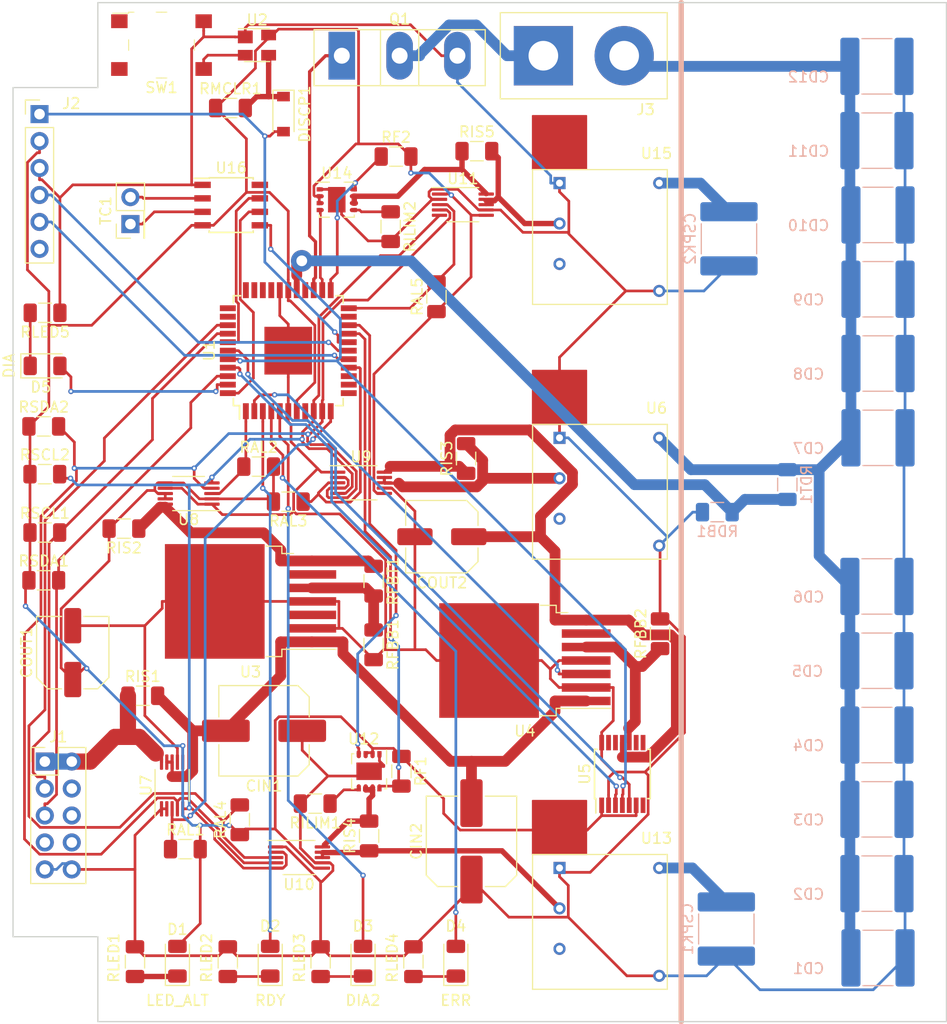
<source format=kicad_pcb>
(kicad_pcb (version 20171130) (host pcbnew "(5.1.0)-1")
  (layers (0 F.Cu signal) (31 B.Cu signal) (34 B.Paste user) (35 F.Paste user) (36 B.SilkS user) (37 F.SilkS user) (38 B.Mask user) (39 F.Mask user) (44 Edge.Cuts user))
  (net 0 "")
  (net 1 GND)
  (net 2 PM_VIN)
  (net 3 VCC)
  (net 4 U4_VOUT)
  (net 5 /PWR_LED)
  (net 6 MCLR)
  (net 7 SCL1)
  (net 8 SDA1)
  (net 9 ICSPDAT)
  (net 10 ICSPCLK)
  (net 11 U7_ALERT)
  (net 12 U8_ALERT)
  (net 13 U9_ALERT)
  (net 14 U10_ALERT)
  (net 15 U11_ALERT)
  (net 16 RE2)
  (net 17 U12_FAULT)
  (net 18 U14_FAULT)
  (net 19 U3_VOUT)
  (net 20 SCL2)
  (net 21 SDA2)
  (net 22 /MCLR_BTTN)
  (net 23 U12_EN)
  (net 24 U14_EN)
  (net 25 U4_EN)
  (net 26 U7_SD)
  (net 27 U5_DIN)
  (net 28 SCLK)
  (net 29 U5_CS)
  (net 30 U16_CS)
  (net 31 /CAP_BANK_POSITIVE)
  (net 32 /Thruster_Control)
  (net 33 THRUST_CONTROL)
  (net 34 /RDY_LED)
  (net 35 /DIA2_LED)
  (net 36 /ERR_LED)
  (net 37 /DIA_LED)
  (net 38 /DBNC_DDE_PRTCTD)
  (net 39 /U12_ILIM)
  (net 40 /U14_ILIM)
  (net 41 /TC+)
  (net 42 /TC-)
  (net 43 /SPK1)
  (net 44 /SPK2)
  (net 45 /R_RDY)
  (net 46 /R_ERR)
  (net 47 /R_DIA)
  (net 48 /U7_DIAG_NET)
  (net 49 /U3-FB)
  (net 50 /U4_FB)
  (net 51 /R_DIA2)
  (net 52 /U6_VIN)
  (net 53 /U12_VOUT)
  (net 54 /U13_VIN)
  (net 55 /U15_VIN)
  (net 56 /U14_OUT)
  (module Capacitor_SMD:C_2220_5650Metric (layer B.Cu) (at 179.55 139)
    (fp_text reference CD1 (at -6.55 1) (layer B.SilkS) (effects (justify mirror)))
    (fp_text value 0.47u)
    (pad 2 smd roundrect (at 2.55 0) (size 1.8 5.4) (layers B.Cu B.Paste B.Mask) (roundrect_rratio 0.138889) (net 1 GND))
    (pad 1 smd roundrect (at -2.55 0) (size 1.8 5.4) (layers B.Cu B.Paste B.Mask) (roundrect_rratio 0.138889) (net 31 /CAP_BANK_POSITIVE))
  )
  (module Capacitor_SMD:C_2220_5650Metric (layer B.Cu) (at 179.45 132)
    (fp_text reference CD2 (at -6.45 1) (layer B.SilkS) (effects (justify mirror)))
    (fp_text value 0.47u)
    (pad 1 smd roundrect (at -2.55 0) (size 1.8 5.4) (layers B.Cu B.Paste B.Mask) (roundrect_rratio 0.138889) (net 31 /CAP_BANK_POSITIVE))
    (pad 2 smd roundrect (at 2.55 0) (size 1.8 5.4) (layers B.Cu B.Paste B.Mask) (roundrect_rratio 0.138889) (net 1 GND))
  )
  (module Capacitor_SMD:C_2220_5650Metric (layer B.Cu) (at 179.45 125)
    (fp_text reference CD3 (at -6.45 1) (layer B.SilkS) (effects (justify mirror)))
    (fp_text value 0.47u)
    (pad 1 smd roundrect (at -2.55 0) (size 1.8 5.4) (layers B.Cu B.Paste B.Mask) (roundrect_rratio 0.138889) (net 31 /CAP_BANK_POSITIVE))
    (pad 2 smd roundrect (at 2.55 0) (size 1.8 5.4) (layers B.Cu B.Paste B.Mask) (roundrect_rratio 0.138889) (net 1 GND))
  )
  (module Capacitor_SMD:C_2220_5650Metric (layer B.Cu) (at 179.45 118)
    (fp_text reference CD4 (at -6.45 1) (layer B.SilkS) (effects (justify mirror)))
    (fp_text value 0.47u)
    (pad 2 smd roundrect (at 2.55 0) (size 1.8 5.4) (layers B.Cu B.Paste B.Mask) (roundrect_rratio 0.138889) (net 1 GND))
    (pad 1 smd roundrect (at -2.55 0) (size 1.8 5.4) (layers B.Cu B.Paste B.Mask) (roundrect_rratio 0.138889) (net 31 /CAP_BANK_POSITIVE))
  )
  (module Capacitor_SMD:C_2220_5650Metric (layer B.Cu) (at 179.45 111)
    (fp_text reference CD5 (at -6.55 1) (layer B.SilkS) (effects (justify mirror)))
    (fp_text value 0.47u)
    (pad 1 smd roundrect (at -2.55 0) (size 1.8 5.4) (layers B.Cu B.Paste B.Mask) (roundrect_rratio 0.138889) (net 31 /CAP_BANK_POSITIVE))
    (pad 2 smd roundrect (at 2.55 0) (size 1.8 5.4) (layers B.Cu B.Paste B.Mask) (roundrect_rratio 0.138889) (net 1 GND))
  )
  (module Capacitor_SMD:C_2220_5650Metric (layer B.Cu) (at 179.45 104)
    (fp_text reference CD6 (at -6.45 1) (layer B.SilkS) (effects (justify mirror)))
    (fp_text value 0.47u)
    (pad 2 smd roundrect (at 2.55 0) (size 1.8 5.4) (layers B.Cu B.Paste B.Mask) (roundrect_rratio 0.138889) (net 1 GND))
    (pad 1 smd roundrect (at -2.55 0) (size 1.8 5.4) (layers B.Cu B.Paste B.Mask) (roundrect_rratio 0.138889) (net 31 /CAP_BANK_POSITIVE))
  )
  (module Capacitor_SMD:C_2220_5650Metric (layer B.Cu) (at 179.55 90)
    (fp_text reference CD7 (at -6.55 1) (layer B.SilkS) (effects (justify mirror)))
    (fp_text value 0.47u)
    (pad 1 smd roundrect (at -2.55 0) (size 1.8 5.4) (layers B.Cu B.Paste B.Mask) (roundrect_rratio 0.138889) (net 31 /CAP_BANK_POSITIVE))
    (pad 2 smd roundrect (at 2.55 0) (size 1.8 5.4) (layers B.Cu B.Paste B.Mask) (roundrect_rratio 0.138889) (net 1 GND))
  )
  (module Capacitor_SMD:C_2220_5650Metric (layer B.Cu) (at 179.55 83)
    (fp_text reference CD8 (at -6.55 1) (layer B.SilkS) (effects (justify mirror)))
    (fp_text value 0.47u)
    (pad 2 smd roundrect (at 2.55 0) (size 1.8 5.4) (layers B.Cu B.Paste B.Mask) (roundrect_rratio 0.138889) (net 1 GND))
    (pad 1 smd roundrect (at -2.55 0) (size 1.8 5.4) (layers B.Cu B.Paste B.Mask) (roundrect_rratio 0.138889) (net 31 /CAP_BANK_POSITIVE))
  )
  (module Capacitor_SMD:C_2220_5650Metric (layer B.Cu) (at 179.55 76)
    (fp_text reference CD9 (at -6.55 1) (layer B.SilkS) (effects (justify mirror)))
    (fp_text value 0.47u)
    (pad 1 smd roundrect (at -2.55 0) (size 1.8 5.4) (layers B.Cu B.Paste B.Mask) (roundrect_rratio 0.138889) (net 31 /CAP_BANK_POSITIVE))
    (pad 2 smd roundrect (at 2.55 0) (size 1.8 5.4) (layers B.Cu B.Paste B.Mask) (roundrect_rratio 0.138889) (net 1 GND))
  )
  (module Capacitor_SMD:C_2220_5650Metric (layer B.Cu) (at 179.55 69)
    (fp_text reference CD10 (at -6.55 1) (layer B.SilkS) (effects (justify mirror)))
    (fp_text value 0.47u)
    (pad 2 smd roundrect (at 2.55 0) (size 1.8 5.4) (layers B.Cu B.Paste B.Mask) (roundrect_rratio 0.138889) (net 1 GND))
    (pad 1 smd roundrect (at -2.55 0) (size 1.8 5.4) (layers B.Cu B.Paste B.Mask) (roundrect_rratio 0.138889) (net 31 /CAP_BANK_POSITIVE))
  )
  (module Capacitor_SMD:C_2220_5650Metric (layer B.Cu) (at 179.45 62)
    (fp_text reference CD11 (at -6.45 1) (layer B.SilkS) (effects (justify mirror)))
    (fp_text value 0.47u)
    (pad 1 smd roundrect (at -2.55 0) (size 1.8 5.4) (layers B.Cu B.Paste B.Mask) (roundrect_rratio 0.138889) (net 31 /CAP_BANK_POSITIVE))
    (pad 2 smd roundrect (at 2.55 0) (size 1.8 5.4) (layers B.Cu B.Paste B.Mask) (roundrect_rratio 0.138889) (net 1 GND))
  )
  (module Capacitor_SMD:C_2220_5650Metric (layer B.Cu) (at 179.45 55)
    (fp_text reference CD12 (at -6.45 1) (layer B.SilkS) (effects (justify mirror)))
    (fp_text value 0.47u)
    (pad 2 smd roundrect (at 2.55 0) (size 1.8 5.4) (layers B.Cu B.Paste B.Mask) (roundrect_rratio 0.138889) (net 1 GND))
    (pad 1 smd roundrect (at -2.55 0) (size 1.8 5.4) (layers B.Cu B.Paste B.Mask) (roundrect_rratio 0.138889) (net 31 /CAP_BANK_POSITIVE))
  )
  (module Capacitor_SMD:C_Elec_8x10.2 (layer F.Cu) (at 121.666 117.602 180)
    (fp_text reference CIN1 (at 0 -5.2 180) (layer F.SilkS))
    (fp_text value 22u)
    (pad 1 smd roundrect (at -3.6 0 180) (size 4.5 2.1) (layers F.Cu F.Paste F.Mask) (roundrect_rratio 0.119048) (net 1 GND))
    (pad 2 smd roundrect (at 3.6 0 180) (size 4.5 2.1) (layers F.Cu F.Paste F.Mask) (roundrect_rratio 0.119048) (net 2 PM_VIN))
  )
  (module Capacitor_SMD:C_Elec_8x10.2 (layer F.Cu) (at 141.224 128.016 90)
    (fp_text reference CIN2 (at 0 -5.2 90) (layer F.SilkS))
    (fp_text value 22u)
    (pad 2 smd roundrect (at 3.6 0 90) (size 4.5 2.1) (layers F.Cu F.Paste F.Mask) (roundrect_rratio 0.119048) (net 2 PM_VIN))
    (pad 1 smd roundrect (at -3.6 0 90) (size 4.5 2.1) (layers F.Cu F.Paste F.Mask) (roundrect_rratio 0.119048) (net 1 GND))
  )
  (module Capacitor_SMD:C_Elec_6.3x7.7 (layer F.Cu) (at 103.632 110.236 90)
    (fp_text reference COUT1 (at 0 -4.35 90) (layer F.SilkS))
    (fp_text value 330u)
    (pad 1 smd roundrect (at -2.5375 0 90) (size 3.325 1.6) (layers F.Cu F.Paste F.Mask) (roundrect_rratio 0.15625) (net 3 VCC))
    (pad 2 smd roundrect (at 2.5375 0 90) (size 3.325 1.6) (layers F.Cu F.Paste F.Mask) (roundrect_rratio 0.15625) (net 1 GND))
  )
  (module Capacitor_SMD:C_Elec_6.3x7.7 (layer F.Cu) (at 138.43 99.314 180)
    (fp_text reference COUT2 (at 0 -4.35 180) (layer F.SilkS))
    (fp_text value 330u)
    (pad 2 smd roundrect (at 2.5375 0 180) (size 3.325 1.6) (layers F.Cu F.Paste F.Mask) (roundrect_rratio 0.15625) (net 1 GND))
    (pad 1 smd roundrect (at -2.5375 0 180) (size 3.325 1.6) (layers F.Cu F.Paste F.Mask) (roundrect_rratio 0.15625) (net 4 U4_VOUT))
  )
  (module LED_SMD:LED_1206_3216Metric (layer F.Cu) (at 113.5 139.309 90)
    (fp_text reference D1 (at 3 0 180) (layer F.SilkS))
    (fp_text value LED_ALT (at -3.691 0 180) (layer F.SilkS))
    (pad 2 smd roundrect (at 1.4 0 90) (size 1.25 1.75) (layers F.Cu F.Paste F.Mask) (roundrect_rratio 0.2) (net 3 VCC))
    (pad 1 smd roundrect (at -1.4 0 90) (size 1.25 1.75) (layers F.Cu F.Paste F.Mask) (roundrect_rratio 0.2) (net 5 /PWR_LED))
  )
  (module LED_SMD:LED_1206_3216Metric (layer F.Cu) (at 122.25 139.309 90)
    (fp_text reference D2 (at 3.309 0 180) (layer F.SilkS))
    (fp_text value RDY (at -3.691 0 180) (layer F.SilkS))
    (pad 1 smd roundrect (at -1.4 0 90) (size 1.25 1.75) (layers F.Cu F.Paste F.Mask) (roundrect_rratio 0.2) (net 45 /R_RDY))
    (pad 2 smd roundrect (at 1.4 0 90) (size 1.25 1.75) (layers F.Cu F.Paste F.Mask) (roundrect_rratio 0.2) (net 34 /RDY_LED))
  )
  (module LED_SMD:LED_1206_3216Metric (layer F.Cu) (at 131 139.309 90)
    (fp_text reference D3 (at 3.309 0 180) (layer F.SilkS))
    (fp_text value DIA2 (at -3.691 0 180) (layer F.SilkS))
    (pad 1 smd roundrect (at -1.4 0 90) (size 1.25 1.75) (layers F.Cu F.Paste F.Mask) (roundrect_rratio 0.2) (net 51 /R_DIA2))
    (pad 2 smd roundrect (at 1.4 0 90) (size 1.25 1.75) (layers F.Cu F.Paste F.Mask) (roundrect_rratio 0.2) (net 35 /DIA2_LED))
  )
  (module LED_SMD:LED_1206_3216Metric (layer F.Cu) (at 139.75 139.309 90)
    (fp_text reference D4 (at 3.309 0 180) (layer F.SilkS))
    (fp_text value ERR (at -3.691 0 180) (layer F.SilkS))
    (pad 1 smd roundrect (at -1.4 0 90) (size 1.25 1.75) (layers F.Cu F.Paste F.Mask) (roundrect_rratio 0.2) (net 46 /R_ERR))
    (pad 2 smd roundrect (at 1.4 0 90) (size 1.25 1.75) (layers F.Cu F.Paste F.Mask) (roundrect_rratio 0.2) (net 36 /ERR_LED))
  )
  (module LED_SMD:LED_1206_3216Metric (layer F.Cu) (at 101.022 83.22)
    (fp_text reference D5 (at -0.4 2) (layer F.SilkS))
    (fp_text value DIA (at -3.4 0 90) (layer F.SilkS))
    (pad 2 smd roundrect (at 1.4 0) (size 1.25 1.75) (layers F.Cu F.Paste F.Mask) (roundrect_rratio 0.2) (net 37 /DIA_LED))
    (pad 1 smd roundrect (at -1.4 0) (size 1.25 1.75) (layers F.Cu F.Paste F.Mask) (roundrect_rratio 0.2) (net 47 /R_DIA))
  )
  (module Diode_SMD:D_SOD-123 (layer F.Cu) (at 123.5 59.5 270)
    (fp_text reference DISCP1 (at 0 -2 270) (layer F.SilkS))
    (fp_text value DIODE)
    (pad 1 smd rect (at -1.65 0 270) (size 0.9 1.2) (layers F.Cu F.Paste F.Mask) (net 38 /DBNC_DDE_PRTCTD))
    (pad 2 smd rect (at 1.65 0 270) (size 0.9 1.2) (layers F.Cu F.Paste F.Mask) (net 6 MCLR))
  )
  (module Connector_PinHeader_2.54mm:PinHeader_2x05_P2.54mm_Vertical (layer F.Cu) (at 101 120.5)
    (fp_text reference J1 (at 1.27 -2.33) (layer F.SilkS))
    (fp_text value Conn_02x05_Odd_Even)
    (pad 1 thru_hole rect (at 0 0) (size 1.7 1.7) (drill 1) (layers *.Cu *.Mask) (net 48 /U7_DIAG_NET))
    (pad 2 thru_hole oval (at 2.54 0) (size 1.7 1.7) (drill 1) (layers *.Cu *.Mask) (net 48 /U7_DIAG_NET))
    (pad 3 thru_hole oval (at 0 2.54) (size 1.7 1.7) (drill 1) (layers *.Cu *.Mask) (net 7 SCL1))
    (pad 4 thru_hole oval (at 2.54 2.54) (size 1.7 1.7) (drill 1) (layers *.Cu *.Mask))
    (pad 5 thru_hole oval (at 0 5.08) (size 1.7 1.7) (drill 1) (layers *.Cu *.Mask) (net 8 SDA1))
    (pad 6 thru_hole oval (at 2.54 5.08) (size 1.7 1.7) (drill 1) (layers *.Cu *.Mask))
    (pad 7 thru_hole oval (at 0 7.62) (size 1.7 1.7) (drill 1) (layers *.Cu *.Mask))
    (pad 8 thru_hole oval (at 2.54 7.62) (size 1.7 1.7) (drill 1) (layers *.Cu *.Mask))
    (pad 9 thru_hole oval (at 0 10.16) (size 1.7 1.7) (drill 1) (layers *.Cu *.Mask) (net 1 GND))
    (pad 10 thru_hole oval (at 2.54 10.16) (size 1.7 1.7) (drill 1) (layers *.Cu *.Mask) (net 1 GND))
  )
  (module Connector_PinHeader_2.54mm:PinHeader_1x06_P2.54mm_Vertical (layer F.Cu) (at 100.5 59.5)
    (fp_text reference J2 (at 3 -1) (layer F.SilkS))
    (fp_text value Conn_01x06)
    (pad 1 thru_hole rect (at 0 0) (size 1.7 1.7) (drill 1) (layers *.Cu *.Mask) (net 6 MCLR))
    (pad 2 thru_hole oval (at 0 2.54) (size 1.7 1.7) (drill 1) (layers *.Cu *.Mask) (net 3 VCC))
    (pad 3 thru_hole oval (at 0 5.08) (size 1.7 1.7) (drill 1) (layers *.Cu *.Mask) (net 1 GND))
    (pad 4 thru_hole oval (at 0 7.62) (size 1.7 1.7) (drill 1) (layers *.Cu *.Mask) (net 9 ICSPDAT))
    (pad 5 thru_hole oval (at 0 10.16) (size 1.7 1.7) (drill 1) (layers *.Cu *.Mask) (net 10 ICSPCLK))
    (pad 6 thru_hole oval (at 0 12.7) (size 1.7 1.7) (drill 1) (layers *.Cu *.Mask))
  )
  (module PPTBoard:SolderWirePad_1x02_P0.220in_Drill0.110in (layer F.Cu) (at 148 54)
    (fp_text reference J3 (at 9.652 5.08) (layer F.SilkS))
    (fp_text value Thruster_Connection)
    (pad 1 thru_hole rect (at 0 0) (size 5.588 5.588) (drill 2.794) (layers *.Cu *.Mask) (net 32 /Thruster_Control))
    (pad 2 thru_hole circle (at 7.62 0) (size 5.588 5.588) (drill 2.794) (layers *.Cu *.Mask) (net 31 /CAP_BANK_POSITIVE))
  )
  (module Package_TO_SOT_THT:TO-247-3_Vertical (layer F.Cu) (at 129 54)
    (fp_text reference Q1 (at 5.45 -3.45) (layer F.SilkS))
    (fp_text value SCT2450KEC)
    (pad 1 thru_hole rect (at 0 0) (size 2.5 4.5) (drill 1.5) (layers *.Cu *.Mask) (net 33 THRUST_CONTROL))
    (pad 2 thru_hole oval (at 5.45 0) (size 2.5 4.5) (drill 1.5) (layers *.Cu *.Mask) (net 32 /Thruster_Control))
    (pad 3 thru_hole oval (at 10.9 0) (size 2.5 4.5) (drill 1.5) (layers *.Cu *.Mask) (net 1 GND))
  )
  (module Resistor_SMD:R_1206_3216Metric (layer F.Cu) (at 114.25 128.75)
    (fp_text reference RAL1 (at 0 -1.82) (layer F.SilkS))
    (fp_text value 4.7k)
    (pad 2 smd roundrect (at 1.4 0) (size 1.25 1.75) (layers F.Cu F.Paste F.Mask) (roundrect_rratio 0.2) (net 3 VCC))
    (pad 1 smd roundrect (at -1.4 0) (size 1.25 1.75) (layers F.Cu F.Paste F.Mask) (roundrect_rratio 0.2) (net 11 U7_ALERT))
  )
  (module Resistor_SMD:R_1206_3216Metric (layer F.Cu) (at 121.158 92.71)
    (fp_text reference RAL2 (at 0 -1.82) (layer F.SilkS))
    (fp_text value 4.7k)
    (pad 2 smd roundrect (at 1.4 0) (size 1.25 1.75) (layers F.Cu F.Paste F.Mask) (roundrect_rratio 0.2) (net 3 VCC))
    (pad 1 smd roundrect (at -1.4 0) (size 1.25 1.75) (layers F.Cu F.Paste F.Mask) (roundrect_rratio 0.2) (net 12 U8_ALERT))
  )
  (module Resistor_SMD:R_1206_3216Metric (layer F.Cu) (at 123.952 96.012 180)
    (fp_text reference RAL3 (at 0 -1.82 180) (layer F.SilkS))
    (fp_text value 4.7k)
    (pad 1 smd roundrect (at -1.4 0 180) (size 1.25 1.75) (layers F.Cu F.Paste F.Mask) (roundrect_rratio 0.2) (net 13 U9_ALERT))
    (pad 2 smd roundrect (at 1.4 0 180) (size 1.25 1.75) (layers F.Cu F.Paste F.Mask) (roundrect_rratio 0.2) (net 3 VCC))
  )
  (module Resistor_SMD:R_1206_3216Metric (layer F.Cu) (at 119.38 125.984 90)
    (fp_text reference RAL4 (at 0 -1.82 90) (layer F.SilkS))
    (fp_text value 4.7k)
    (pad 1 smd roundrect (at -1.4 0 90) (size 1.25 1.75) (layers F.Cu F.Paste F.Mask) (roundrect_rratio 0.2) (net 3 VCC))
    (pad 2 smd roundrect (at 1.4 0 90) (size 1.25 1.75) (layers F.Cu F.Paste F.Mask) (roundrect_rratio 0.2) (net 14 U10_ALERT))
  )
  (module Resistor_SMD:R_1206_3216Metric (layer F.Cu) (at 137.922 76.708 90)
    (fp_text reference RAL5 (at 0 -1.82 90) (layer F.SilkS))
    (fp_text value 4.7k)
    (pad 2 smd roundrect (at 1.4 0 90) (size 1.25 1.75) (layers F.Cu F.Paste F.Mask) (roundrect_rratio 0.2) (net 15 U11_ALERT))
    (pad 1 smd roundrect (at -1.4 0 90) (size 1.25 1.75) (layers F.Cu F.Paste F.Mask) (roundrect_rratio 0.2) (net 3 VCC))
  )
  (module Resistor_SMD:R_1206_3216Metric (layer B.Cu) (at 164.4 97)
    (fp_text reference RDB1 (at 0 1.82) (layer B.SilkS) (effects (justify mirror)))
    (fp_text value 500K)
    (pad 2 smd roundrect (at 1.4 0) (size 1.25 1.75) (layers B.Cu B.Paste B.Mask) (roundrect_rratio 0.2) (net 16 RE2))
    (pad 1 smd roundrect (at -1.4 0) (size 1.25 1.75) (layers B.Cu B.Paste B.Mask) (roundrect_rratio 0.2) (net 1 GND))
  )
  (module Resistor_SMD:R_1206_3216Metric (layer B.Cu) (at 171 94.4 90)
    (fp_text reference RDT1 (at 0 1.82 90) (layer B.SilkS) (effects (justify mirror)))
    (fp_text value 100M)
    (pad 1 smd roundrect (at -1.4 0 90) (size 1.25 1.75) (layers B.Cu B.Paste B.Mask) (roundrect_rratio 0.2) (net 16 RE2))
    (pad 2 smd roundrect (at 1.4 0 90) (size 1.25 1.75) (layers B.Cu B.Paste B.Mask) (roundrect_rratio 0.2) (net 31 /CAP_BANK_POSITIVE))
  )
  (module Resistor_SMD:R_1206_3216Metric (layer F.Cu) (at 134.62 121.412 270)
    (fp_text reference RF1 (at 0 -1.82 270) (layer F.SilkS))
    (fp_text value 100k)
    (pad 1 smd roundrect (at -1.4 0 270) (size 1.25 1.75) (layers F.Cu F.Paste F.Mask) (roundrect_rratio 0.2) (net 3 VCC))
    (pad 2 smd roundrect (at 1.4 0 270) (size 1.25 1.75) (layers F.Cu F.Paste F.Mask) (roundrect_rratio 0.2) (net 17 U12_FAULT))
  )
  (module Resistor_SMD:R_1206_3216Metric (layer F.Cu) (at 134.112 63.5)
    (fp_text reference RF2 (at 0 -1.82) (layer F.SilkS))
    (fp_text value 100k)
    (pad 1 smd roundrect (at -1.4 0) (size 1.25 1.75) (layers F.Cu F.Paste F.Mask) (roundrect_rratio 0.2) (net 18 U14_FAULT))
    (pad 2 smd roundrect (at 1.4 0) (size 1.25 1.75) (layers F.Cu F.Paste F.Mask) (roundrect_rratio 0.2) (net 3 VCC))
  )
  (module Resistor_SMD:R_1206_3216Metric (layer F.Cu) (at 132 109.5 270)
    (fp_text reference RFBB1 (at 0 -1.82 270) (layer F.SilkS))
    (fp_text value 1.87k)
    (pad 2 smd roundrect (at 1.4 0 270) (size 1.25 1.75) (layers F.Cu F.Paste F.Mask) (roundrect_rratio 0.2) (net 1 GND))
    (pad 1 smd roundrect (at -1.4 0 270) (size 1.25 1.75) (layers F.Cu F.Paste F.Mask) (roundrect_rratio 0.2) (net 49 /U3-FB))
  )
  (module Resistor_SMD:R_1206_3216Metric (layer F.Cu) (at 159.004 108.458 90)
    (fp_text reference RFBB2 (at 0 -1.82 90) (layer F.SilkS))
    (fp_text value 1.87k)
    (pad 1 smd roundrect (at -1.4 0 90) (size 1.25 1.75) (layers F.Cu F.Paste F.Mask) (roundrect_rratio 0.2) (net 50 /U4_FB))
    (pad 2 smd roundrect (at 1.4 0 90) (size 1.25 1.75) (layers F.Cu F.Paste F.Mask) (roundrect_rratio 0.2) (net 1 GND))
  )
  (module Resistor_SMD:R_1206_3216Metric (layer F.Cu) (at 132 103.5 270)
    (fp_text reference RFBT1 (at 0 -1.82 270) (layer F.SilkS))
    (fp_text value 9.76k)
    (pad 2 smd roundrect (at 1.4 0 270) (size 1.25 1.75) (layers F.Cu F.Paste F.Mask) (roundrect_rratio 0.2) (net 49 /U3-FB))
    (pad 1 smd roundrect (at -1.4 0 270) (size 1.25 1.75) (layers F.Cu F.Paste F.Mask) (roundrect_rratio 0.2) (net 19 U3_VOUT))
  )
  (module Resistor_SMD:R_1206_3216Metric (layer F.Cu) (at 126.492 124.46 180)
    (fp_text reference RILIM1 (at 0 -1.82 180) (layer F.SilkS))
    (fp_text value 100k)
    (pad 2 smd roundrect (at 1.4 0 180) (size 1.25 1.75) (layers F.Cu F.Paste F.Mask) (roundrect_rratio 0.2) (net 1 GND))
    (pad 1 smd roundrect (at -1.4 0 180) (size 1.25 1.75) (layers F.Cu F.Paste F.Mask) (roundrect_rratio 0.2) (net 39 /U12_ILIM))
  )
  (module Resistor_SMD:R_1206_3216Metric (layer F.Cu) (at 133.604 70.104 270)
    (fp_text reference RILIM2 (at 0 -1.82 270) (layer F.SilkS))
    (fp_text value 100k)
    (pad 2 smd roundrect (at 1.4 0 270) (size 1.25 1.75) (layers F.Cu F.Paste F.Mask) (roundrect_rratio 0.2) (net 1 GND))
    (pad 1 smd roundrect (at -1.4 0 270) (size 1.25 1.75) (layers F.Cu F.Paste F.Mask) (roundrect_rratio 0.2) (net 40 /U14_ILIM))
  )
  (module Resistor_SMD:R_1206_3216Metric (layer F.Cu) (at 110.236 114.3)
    (fp_text reference RIS1 (at 0 -1.82) (layer F.SilkS))
    (fp_text value 0.01)
    (pad 2 smd roundrect (at 1.4 0) (size 1.25 1.75) (layers F.Cu F.Paste F.Mask) (roundrect_rratio 0.2) (net 2 PM_VIN))
    (pad 1 smd roundrect (at -1.4 0) (size 1.25 1.75) (layers F.Cu F.Paste F.Mask) (roundrect_rratio 0.2) (net 48 /U7_DIAG_NET))
  )
  (module Resistor_SMD:R_1206_3216Metric (layer F.Cu) (at 108.458 98.552 180)
    (fp_text reference RIS2 (at 0 -1.82 180) (layer F.SilkS))
    (fp_text value 0.01)
    (pad 1 smd roundrect (at -1.4 0 180) (size 1.25 1.75) (layers F.Cu F.Paste F.Mask) (roundrect_rratio 0.2) (net 19 U3_VOUT))
    (pad 2 smd roundrect (at 1.4 0 180) (size 1.25 1.75) (layers F.Cu F.Paste F.Mask) (roundrect_rratio 0.2) (net 3 VCC))
  )
  (module Resistor_SMD:R_1206_3216Metric (layer F.Cu) (at 140.716 91.948 90)
    (fp_text reference RIS3 (at 0 -1.82 90) (layer F.SilkS))
    (fp_text value 0.01)
    (pad 1 smd roundrect (at -1.4 0 90) (size 1.25 1.75) (layers F.Cu F.Paste F.Mask) (roundrect_rratio 0.2) (net 4 U4_VOUT))
    (pad 2 smd roundrect (at 1.4 0 90) (size 1.25 1.75) (layers F.Cu F.Paste F.Mask) (roundrect_rratio 0.2) (net 52 /U6_VIN))
  )
  (module Resistor_SMD:R_1206_3216Metric (layer F.Cu) (at 131.572 127.508 90)
    (fp_text reference RIS4 (at 0 -1.82 90) (layer F.SilkS))
    (fp_text value 0.01)
    (pad 2 smd roundrect (at 1.4 0 90) (size 1.25 1.75) (layers F.Cu F.Paste F.Mask) (roundrect_rratio 0.2) (net 53 /U12_VOUT))
    (pad 1 smd roundrect (at -1.4 0 90) (size 1.25 1.75) (layers F.Cu F.Paste F.Mask) (roundrect_rratio 0.2) (net 54 /U13_VIN))
  )
  (module Resistor_SMD:R_1206_3216Metric (layer F.Cu) (at 141.732 62.992)
    (fp_text reference RIS5 (at 0 -1.82) (layer F.SilkS))
    (fp_text value 0.01)
    (pad 2 smd roundrect (at 1.4 0) (size 1.25 1.75) (layers F.Cu F.Paste F.Mask) (roundrect_rratio 0.2) (net 55 /U15_VIN))
    (pad 1 smd roundrect (at -1.4 0) (size 1.25 1.75) (layers F.Cu F.Paste F.Mask) (roundrect_rratio 0.2) (net 56 /U14_OUT))
  )
  (module Resistor_SMD:R_1206_3216Metric (layer F.Cu) (at 109.5 139.349 270)
    (fp_text reference RLED1 (at -0.349 2 90) (layer F.SilkS))
    (fp_text value 100)
    (pad 2 smd roundrect (at 1.4 0 270) (size 1.25 1.75) (layers F.Cu F.Paste F.Mask) (roundrect_rratio 0.2) (net 5 /PWR_LED))
    (pad 1 smd roundrect (at -1.4 0 270) (size 1.25 1.75) (layers F.Cu F.Paste F.Mask) (roundrect_rratio 0.2) (net 1 GND))
  )
  (module Resistor_SMD:R_1206_3216Metric (layer F.Cu) (at 118.25 139.349 270)
    (fp_text reference RLED2 (at -0.349 2 90) (layer F.SilkS))
    (fp_text value 100)
    (pad 2 smd roundrect (at 1.4 0 270) (size 1.25 1.75) (layers F.Cu F.Paste F.Mask) (roundrect_rratio 0.2) (net 45 /R_RDY))
    (pad 1 smd roundrect (at -1.4 0 270) (size 1.25 1.75) (layers F.Cu F.Paste F.Mask) (roundrect_rratio 0.2) (net 1 GND))
  )
  (module Resistor_SMD:R_1206_3216Metric (layer F.Cu) (at 127 139.349 270)
    (fp_text reference RLED3 (at -0.349 2 90) (layer F.SilkS))
    (fp_text value 100)
    (pad 1 smd roundrect (at -1.4 0 270) (size 1.25 1.75) (layers F.Cu F.Paste F.Mask) (roundrect_rratio 0.2) (net 1 GND))
    (pad 2 smd roundrect (at 1.4 0 270) (size 1.25 1.75) (layers F.Cu F.Paste F.Mask) (roundrect_rratio 0.2) (net 51 /R_DIA2))
  )
  (module Resistor_SMD:R_1206_3216Metric (layer F.Cu) (at 135.75 139.349 270)
    (fp_text reference RLED4 (at -0.349 2 90) (layer F.SilkS))
    (fp_text value 100)
    (pad 1 smd roundrect (at -1.4 0 270) (size 1.25 1.75) (layers F.Cu F.Paste F.Mask) (roundrect_rratio 0.2) (net 1 GND))
    (pad 2 smd roundrect (at 1.4 0 270) (size 1.25 1.75) (layers F.Cu F.Paste F.Mask) (roundrect_rratio 0.2) (net 46 /R_ERR))
  )
  (module Resistor_SMD:R_1206_3216Metric (layer F.Cu) (at 101.022 78.22 180)
    (fp_text reference RLED5 (at 0 -1.82 180) (layer F.SilkS))
    (fp_text value 100)
    (pad 1 smd roundrect (at -1.4 0 180) (size 1.25 1.75) (layers F.Cu F.Paste F.Mask) (roundrect_rratio 0.2) (net 1 GND))
    (pad 2 smd roundrect (at 1.4 0 180) (size 1.25 1.75) (layers F.Cu F.Paste F.Mask) (roundrect_rratio 0.2) (net 47 /R_DIA))
  )
  (module Resistor_SMD:R_1206_3216Metric (layer F.Cu) (at 118.5 58.928)
    (fp_text reference RMCLR1 (at 0 -1.82) (layer F.SilkS))
    (fp_text value 4.7k)
    (pad 1 smd roundrect (at -1.4 0) (size 1.25 1.75) (layers F.Cu F.Paste F.Mask) (roundrect_rratio 0.2) (net 3 VCC))
    (pad 2 smd roundrect (at 1.4 0) (size 1.25 1.75) (layers F.Cu F.Paste F.Mask) (roundrect_rratio 0.2) (net 38 /DBNC_DDE_PRTCTD))
  )
  (module Resistor_SMD:R_1206_3216Metric (layer F.Cu) (at 101 98.922)
    (fp_text reference RSCL1 (at 0 -1.82) (layer F.SilkS))
    (fp_text value 4.7k)
    (pad 2 smd roundrect (at 1.4 0) (size 1.25 1.75) (layers F.Cu F.Paste F.Mask) (roundrect_rratio 0.2) (net 7 SCL1))
    (pad 1 smd roundrect (at -1.4 0) (size 1.25 1.75) (layers F.Cu F.Paste F.Mask) (roundrect_rratio 0.2) (net 3 VCC))
  )
  (module Resistor_SMD:R_1206_3216Metric (layer F.Cu) (at 101 93.422)
    (fp_text reference RSCL2 (at 0 -1.82) (layer F.SilkS))
    (fp_text value 4.7k)
    (pad 1 smd roundrect (at -1.4 0) (size 1.25 1.75) (layers F.Cu F.Paste F.Mask) (roundrect_rratio 0.2) (net 3 VCC))
    (pad 2 smd roundrect (at 1.4 0) (size 1.25 1.75) (layers F.Cu F.Paste F.Mask) (roundrect_rratio 0.2) (net 20 SCL2))
  )
  (module Resistor_SMD:R_1206_3216Metric (layer F.Cu) (at 100.9 103.422)
    (fp_text reference RSDA1 (at 0 -1.82) (layer F.SilkS))
    (fp_text value 4.7k)
    (pad 1 smd roundrect (at -1.4 0) (size 1.25 1.75) (layers F.Cu F.Paste F.Mask) (roundrect_rratio 0.2) (net 3 VCC))
    (pad 2 smd roundrect (at 1.4 0) (size 1.25 1.75) (layers F.Cu F.Paste F.Mask) (roundrect_rratio 0.2) (net 8 SDA1))
  )
  (module Resistor_SMD:R_1206_3216Metric (layer F.Cu) (at 100.9 88.922)
    (fp_text reference RSDA2 (at 0 -1.82) (layer F.SilkS))
    (fp_text value 4.7k)
    (pad 2 smd roundrect (at 1.4 0) (size 1.25 1.75) (layers F.Cu F.Paste F.Mask) (roundrect_rratio 0.2) (net 21 SDA2))
    (pad 1 smd roundrect (at -1.4 0) (size 1.25 1.75) (layers F.Cu F.Paste F.Mask) (roundrect_rratio 0.2) (net 3 VCC))
  )
  (module digikey-footprints:Switch_Tactile_SMD_6x6mm_PTS645 (layer F.Cu) (at 112 53)
    (fp_text reference SW1 (at 0 4) (layer F.SilkS))
    (fp_text value PTS645SM43SMTR92_LFS hide)
    (pad 1 smd rect (at -3.975 -2.25) (size 1.55 1.3) (layers F.Cu F.Paste F.Mask))
    (pad 2 smd rect (at 3.975 -2.25) (size 1.55 1.3) (layers F.Cu F.Paste F.Mask) (net 1 GND))
    (pad 3 smd rect (at -3.975 2.25) (size 1.55 1.3) (layers F.Cu F.Paste F.Mask))
    (pad 4 smd rect (at 3.975 2.25) (size 1.55 1.3) (layers F.Cu F.Paste F.Mask) (net 22 /MCLR_BTTN))
  )
  (module Connector_PinHeader_2.54mm:PinHeader_2x01_P2.54mm_Vertical (layer F.Cu) (at 109.07 69.862 90)
    (fp_text reference TC1 (at 1.27 -2.33 90) (layer F.SilkS))
    (fp_text value Thermocouple)
    (pad 1 thru_hole rect (at 0 0 90) (size 1.7 1.7) (drill 1) (layers *.Cu *.Mask) (net 41 /TC+))
    (pad 2 thru_hole oval (at 2.54 0 90) (size 1.7 1.7) (drill 1) (layers *.Cu *.Mask) (net 42 /TC-))
  )
  (module Package_QFP:TQFP-44-1EP_10x10mm_P0.8mm_EP4.5x4.5mm (layer F.Cu) (at 123.952 81.788 90)
    (fp_text reference U1 (at 0 -7.45 90) (layer F.SilkS))
    (fp_text value PIC18F47K40)
    (pad 1 smd rect (at -5.7 -4 90) (size 1.5 0.55) (layers F.Cu F.Paste F.Mask) (net 12 U8_ALERT))
    (pad 2 smd rect (at -5.7 -3.2 90) (size 1.5 0.55) (layers F.Cu F.Paste F.Mask) (net 25 U4_EN))
    (pad 3 smd rect (at -5.7 -2.4 90) (size 1.5 0.55) (layers F.Cu F.Paste F.Mask) (net 34 /RDY_LED))
    (pad 4 smd rect (at -5.7 -1.6 90) (size 1.5 0.55) (layers F.Cu F.Paste F.Mask) (net 36 /ERR_LED))
    (pad 5 smd rect (at -5.7 -0.8 90) (size 1.5 0.55) (layers F.Cu F.Paste F.Mask) (net 35 /DIA2_LED))
    (pad 6 smd rect (at -5.7 0 90) (size 1.5 0.55) (layers F.Cu F.Paste F.Mask) (net 1 GND))
    (pad 7 smd rect (at -5.7 0.8 90) (size 1.5 0.55) (layers F.Cu F.Paste F.Mask) (net 3 VCC))
    (pad 8 smd rect (at -5.7 1.6 90) (size 1.5 0.55) (layers F.Cu F.Paste F.Mask))
    (pad 9 smd rect (at -5.7 2.4 90) (size 1.5 0.55) (layers F.Cu F.Paste F.Mask) (net 20 SCL2))
    (pad 10 smd rect (at -5.7 3.2 90) (size 1.5 0.55) (layers F.Cu F.Paste F.Mask) (net 21 SDA2))
    (pad 11 smd rect (at -5.7 4 90) (size 1.5 0.55) (layers F.Cu F.Paste F.Mask) (net 11 U7_ALERT))
    (pad 12 smd rect (at -4 5.7 180) (size 1.5 0.55) (layers F.Cu F.Paste F.Mask))
    (pad 13 smd rect (at -3.2 5.7 180) (size 1.5 0.55) (layers F.Cu F.Paste F.Mask))
    (pad 14 smd rect (at -2.4 5.7 180) (size 1.5 0.55) (layers F.Cu F.Paste F.Mask))
    (pad 15 smd rect (at -1.6 5.7 180) (size 1.5 0.55) (layers F.Cu F.Paste F.Mask) (net 13 U9_ALERT))
    (pad 16 smd rect (at -0.8 5.7 180) (size 1.5 0.55) (layers F.Cu F.Paste F.Mask) (net 10 ICSPCLK))
    (pad 17 smd rect (at 0 5.7 180) (size 1.5 0.55) (layers F.Cu F.Paste F.Mask) (net 9 ICSPDAT))
    (pad 18 smd rect (at 0.8 5.7 180) (size 1.5 0.55) (layers F.Cu F.Paste F.Mask) (net 6 MCLR))
    (pad 19 smd rect (at 1.6 5.7 180) (size 1.5 0.55) (layers F.Cu F.Paste F.Mask) (net 17 U12_FAULT))
    (pad 20 smd rect (at 2.4 5.7 180) (size 1.5 0.55) (layers F.Cu F.Paste F.Mask) (net 23 U12_EN))
    (pad 21 smd rect (at 3.2 5.7 180) (size 1.5 0.55) (layers F.Cu F.Paste F.Mask))
    (pad 22 smd rect (at 4 5.7 180) (size 1.5 0.55) (layers F.Cu F.Paste F.Mask) (net 15 U11_ALERT))
    (pad 23 smd rect (at 5.7 4 90) (size 1.5 0.55) (layers F.Cu F.Paste F.Mask) (net 18 U14_FAULT))
    (pad 24 smd rect (at 5.7 3.2 90) (size 1.5 0.55) (layers F.Cu F.Paste F.Mask) (net 24 U14_EN))
    (pad 25 smd rect (at 5.7 2.4 90) (size 1.5 0.55) (layers F.Cu F.Paste F.Mask) (net 33 THRUST_CONTROL))
    (pad 26 smd rect (at 5.7 1.6 90) (size 1.5 0.55) (layers F.Cu F.Paste F.Mask))
    (pad 27 smd rect (at 5.7 0.8 90) (size 1.5 0.55) (layers F.Cu F.Paste F.Mask) (net 16 RE2))
    (pad 28 smd rect (at 5.7 0 90) (size 1.5 0.55) (layers F.Cu F.Paste F.Mask) (net 3 VCC))
    (pad 29 smd rect (at 5.7 -0.8 90) (size 1.5 0.55) (layers F.Cu F.Paste F.Mask) (net 1 GND))
    (pad 30 smd rect (at 5.7 -1.6 90) (size 1.5 0.55) (layers F.Cu F.Paste F.Mask))
    (pad 31 smd rect (at 5.7 -2.4 90) (size 1.5 0.55) (layers F.Cu F.Paste F.Mask))
    (pad 32 smd rect (at 5.7 -3.2 90) (size 1.5 0.55) (layers F.Cu F.Paste F.Mask))
    (pad 33 smd rect (at 5.7 -4 90) (size 1.5 0.55) (layers F.Cu F.Paste F.Mask))
    (pad 34 smd rect (at 4 -5.7 180) (size 1.5 0.55) (layers F.Cu F.Paste F.Mask))
    (pad 35 smd rect (at 3.2 -5.7 180) (size 1.5 0.55) (layers F.Cu F.Paste F.Mask))
    (pad 36 smd rect (at 2.4 -5.7 180) (size 1.5 0.55) (layers F.Cu F.Paste F.Mask) (net 14 U10_ALERT))
    (pad 37 smd rect (at 1.6 -5.7 180) (size 1.5 0.55) (layers F.Cu F.Paste F.Mask) (net 7 SCL1))
    (pad 38 smd rect (at 0.8 -5.7 180) (size 1.5 0.55) (layers F.Cu F.Paste F.Mask) (net 26 U7_SD))
    (pad 39 smd rect (at 0 -5.7 180) (size 1.5 0.55) (layers F.Cu F.Paste F.Mask) (net 27 U5_DIN))
    (pad 40 smd rect (at -0.8 -5.7 180) (size 1.5 0.55) (layers F.Cu F.Paste F.Mask) (net 28 SCLK))
    (pad 41 smd rect (at -1.6 -5.7 180) (size 1.5 0.55) (layers F.Cu F.Paste F.Mask) (net 29 U5_CS))
    (pad 42 smd rect (at -2.4 -5.7 180) (size 1.5 0.55) (layers F.Cu F.Paste F.Mask) (net 8 SDA1))
    (pad 43 smd rect (at -3.2 -5.7 180) (size 1.5 0.55) (layers F.Cu F.Paste F.Mask) (net 37 /DIA_LED))
    (pad 44 smd rect (at -4 -5.7 180) (size 1.5 0.55) (layers F.Cu F.Paste F.Mask) (net 30 U16_CS))
    (pad 45 smd rect (at 0 0 90) (size 4.5 4.5) (layers F.Cu F.Mask) (net 1 GND))
  )
  (module Package_TO_SOT_SMD:SOT-143 (layer F.Cu) (at 121 53)
    (fp_text reference U2 (at 0.02 -2.38) (layer F.SilkS))
    (fp_text value MAX6816)
    (pad 1 smd rect (at -1.1 -0.77 270) (size 1.2 1.4) (layers F.Cu F.Paste F.Mask) (net 1 GND))
    (pad 2 smd rect (at -1.1 0.95 270) (size 1 1.4) (layers F.Cu F.Paste F.Mask) (net 22 /MCLR_BTTN))
    (pad 3 smd rect (at 1.1 0.95 270) (size 1 1.4) (layers F.Cu F.Paste F.Mask) (net 38 /DBNC_DDE_PRTCTD))
    (pad 4 smd rect (at 1.1 -0.95 270) (size 1 1.4) (layers F.Cu F.Paste F.Mask) (net 3 VCC))
  )
  (module Package_TO_SOT_SMD:TO-263-7_TabPin8 (layer F.Cu) (at 120.396 105.41 180)
    (fp_text reference U3 (at 0 -6.65 180) (layer F.SilkS))
    (fp_text value WPMDM171050601)
    (pad 8 smd rect (at 3.375 0 180) (size 9.4 10.8) (layers F.Cu F.Mask) (net 1 GND))
    (pad 7 smd rect (at -5.775 3.81 180) (size 4.6 0.8) (layers F.Cu F.Paste F.Mask) (net 19 U3_VOUT))
    (pad 6 smd rect (at -5.775 2.54 180) (size 4.6 0.8) (layers F.Cu F.Paste F.Mask))
    (pad 5 smd rect (at -5.775 1.27 180) (size 4.6 0.8) (layers F.Cu F.Paste F.Mask) (net 49 /U3-FB))
    (pad 4 smd rect (at -5.775 0 180) (size 4.6 0.8) (layers F.Cu F.Paste F.Mask) (net 1 GND))
    (pad 3 smd rect (at -5.775 -1.27 180) (size 4.6 0.8) (layers F.Cu F.Paste F.Mask))
    (pad 2 smd rect (at -5.775 -2.54 180) (size 4.6 0.8) (layers F.Cu F.Paste F.Mask) (net 1 GND))
    (pad 1 smd rect (at -5.775 -3.81 180) (size 4.6 0.8) (layers F.Cu F.Paste F.Mask) (net 2 PM_VIN))
  )
  (module Package_TO_SOT_SMD:TO-263-7_TabPin8 (layer F.Cu) (at 146.262 110.98 180)
    (fp_text reference U4 (at 0 -6.65 180) (layer F.SilkS))
    (fp_text value WPMDM171050601)
    (pad 1 smd rect (at -5.775 -3.81 180) (size 4.6 0.8) (layers F.Cu F.Paste F.Mask) (net 2 PM_VIN))
    (pad 2 smd rect (at -5.775 -2.54 180) (size 4.6 0.8) (layers F.Cu F.Paste F.Mask) (net 1 GND))
    (pad 3 smd rect (at -5.775 -1.27 180) (size 4.6 0.8) (layers F.Cu F.Paste F.Mask) (net 25 U4_EN))
    (pad 4 smd rect (at -5.775 0 180) (size 4.6 0.8) (layers F.Cu F.Paste F.Mask) (net 1 GND))
    (pad 5 smd rect (at -5.775 1.27 180) (size 4.6 0.8) (layers F.Cu F.Paste F.Mask) (net 50 /U4_FB))
    (pad 6 smd rect (at -5.775 2.54 180) (size 4.6 0.8) (layers F.Cu F.Paste F.Mask))
    (pad 7 smd rect (at -5.775 3.81 180) (size 4.6 0.8) (layers F.Cu F.Paste F.Mask) (net 4 U4_VOUT))
    (pad 8 smd rect (at 3.375 0 180) (size 9.4 10.8) (layers F.Cu F.Mask) (net 1 GND))
  )
  (module Package_SO:TSSOP-14_4.4x5mm_P0.65mm (layer F.Cu) (at 155.448 121.666 90)
    (fp_text reference U5 (at 0 -3.55 90) (layer F.SilkS))
    (fp_text value MAX5483)
    (pad 1 smd rect (at -2.95 -1.95 90) (size 1.45 0.45) (layers F.Cu F.Paste F.Mask) (net 3 VCC))
    (pad 2 smd rect (at -2.95 -1.3 90) (size 1.45 0.45) (layers F.Cu F.Paste F.Mask) (net 1 GND))
    (pad 3 smd rect (at -2.95 -0.65 90) (size 1.45 0.45) (layers F.Cu F.Paste F.Mask) (net 29 U5_CS))
    (pad 4 smd rect (at -2.95 0 90) (size 1.45 0.45) (layers F.Cu F.Paste F.Mask) (net 28 SCLK))
    (pad 5 smd rect (at -2.95 0.65 90) (size 1.45 0.45) (layers F.Cu F.Paste F.Mask) (net 27 U5_DIN))
    (pad 6 smd rect (at -2.95 1.3 90) (size 1.45 0.45) (layers F.Cu F.Paste F.Mask) (net 3 VCC))
    (pad 7 smd rect (at -2.95 1.95 90) (size 1.45 0.45) (layers F.Cu F.Paste F.Mask))
    (pad 8 smd rect (at 2.95 1.95 90) (size 1.45 0.45) (layers F.Cu F.Paste F.Mask))
    (pad 9 smd rect (at 2.95 1.3 90) (size 1.45 0.45) (layers F.Cu F.Paste F.Mask))
    (pad 10 smd rect (at 2.95 0.65 90) (size 1.45 0.45) (layers F.Cu F.Paste F.Mask) (net 50 /U4_FB))
    (pad 11 smd rect (at 2.95 0 90) (size 1.45 0.45) (layers F.Cu F.Paste F.Mask) (net 4 U4_VOUT))
    (pad 12 smd rect (at 2.95 -0.65 90) (size 1.45 0.45) (layers F.Cu F.Paste F.Mask))
    (pad 13 smd rect (at 2.95 -1.3 90) (size 1.45 0.45) (layers F.Cu F.Paste F.Mask))
    (pad 14 smd rect (at 2.95 -1.95 90) (size 1.45 0.45) (layers F.Cu F.Paste F.Mask) (net 1 GND))
  )
  (module PPTBoard:EMCO_Q_2.5-5kV (layer F.Cu) (at 149.524 90)
    (fp_text reference U6 (at 9.144 -2.794) (layer F.SilkS))
    (fp_text value EMCO-Q10-5)
    (fp_poly (pts (xy -2.54 -6.35) (xy 2.54 -6.35) (xy 2.54 -1.27) (xy -2.54 -1.27)) (layer F.Cu) (width 0.127))
    (pad 1 thru_hole rect (at 0 0) (size 1.143 1.143) (drill 0.6604) (layers *.Cu *.Mask) (net 1 GND))
    (pad 2 thru_hole circle (at 0 3.81) (size 1.143 1.143) (drill 0.6604) (layers *.Cu *.Mask) (net 52 /U6_VIN))
    (pad 3 thru_hole circle (at 9.398 0) (size 1.143 1.143) (drill 0.6604) (layers *.Cu *.Mask) (net 31 /CAP_BANK_POSITIVE))
    (pad 4 thru_hole circle (at 9.398 10.16) (size 1.143 1.143) (drill 0.6604) (layers *.Cu *.Mask) (net 1 GND))
    (pad 6 thru_hole circle (at 0 7.62) (size 1.143 1.143) (drill 0.6604) (layers *.Cu *.Mask))
  )
  (module Package_SO:VSSOP-10_3x3mm_P0.5mm (layer F.Cu) (at 113 122.75 90)
    (fp_text reference U7 (at 0 -2.45 90) (layer F.SilkS))
    (fp_text value INA233)
    (pad 10 smd roundrect (at 2.2 -1 90) (size 1.45 0.3) (layers F.Cu F.Paste F.Mask) (net 48 /U7_DIAG_NET))
    (pad 9 smd roundrect (at 2.2 -0.5 90) (size 1.45 0.3) (layers F.Cu F.Paste F.Mask) (net 2 PM_VIN))
    (pad 8 smd roundrect (at 2.2 0 90) (size 1.45 0.3) (layers F.Cu F.Paste F.Mask) (net 2 PM_VIN))
    (pad 7 smd roundrect (at 2.2 0.5 90) (size 1.45 0.3) (layers F.Cu F.Paste F.Mask) (net 1 GND))
    (pad 6 smd roundrect (at 2.2 1 90) (size 1.45 0.3) (layers F.Cu F.Paste F.Mask) (net 3 VCC))
    (pad 5 smd roundrect (at -2.2 1 90) (size 1.45 0.3) (layers F.Cu F.Paste F.Mask) (net 20 SCL2))
    (pad 4 smd roundrect (at -2.2 0.5 90) (size 1.45 0.3) (layers F.Cu F.Paste F.Mask) (net 21 SDA2))
    (pad 3 smd roundrect (at -2.2 0 90) (size 1.45 0.3) (layers F.Cu F.Paste F.Mask) (net 11 U7_ALERT))
    (pad 2 smd roundrect (at -2.2 -0.5 90) (size 1.45 0.3) (layers F.Cu F.Paste F.Mask) (net 1 GND))
    (pad 1 smd roundrect (at -2.2 -1 90) (size 1.45 0.3) (layers F.Cu F.Paste F.Mask) (net 1 GND))
  )
  (module Package_SO:VSSOP-10_3x3mm_P0.5mm (layer F.Cu) (at 114.554 95.25 180)
    (fp_text reference U8 (at 0 -2.45 180) (layer F.SilkS))
    (fp_text value INA233)
    (pad 1 smd roundrect (at -2.2 -1 180) (size 1.45 0.3) (layers F.Cu F.Paste F.Mask) (net 1 GND))
    (pad 2 smd roundrect (at -2.2 -0.5 180) (size 1.45 0.3) (layers F.Cu F.Paste F.Mask) (net 3 VCC))
    (pad 3 smd roundrect (at -2.2 0 180) (size 1.45 0.3) (layers F.Cu F.Paste F.Mask) (net 12 U8_ALERT))
    (pad 4 smd roundrect (at -2.2 0.5 180) (size 1.45 0.3) (layers F.Cu F.Paste F.Mask) (net 21 SDA2))
    (pad 5 smd roundrect (at -2.2 1 180) (size 1.45 0.3) (layers F.Cu F.Paste F.Mask) (net 20 SCL2))
    (pad 6 smd roundrect (at 2.2 1 180) (size 1.45 0.3) (layers F.Cu F.Paste F.Mask) (net 3 VCC))
    (pad 7 smd roundrect (at 2.2 0.5 180) (size 1.45 0.3) (layers F.Cu F.Paste F.Mask) (net 1 GND))
    (pad 8 smd roundrect (at 2.2 0 180) (size 1.45 0.3) (layers F.Cu F.Paste F.Mask) (net 3 VCC))
    (pad 9 smd roundrect (at 2.2 -0.5 180) (size 1.45 0.3) (layers F.Cu F.Paste F.Mask) (net 3 VCC))
    (pad 10 smd roundrect (at 2.2 -1 180) (size 1.45 0.3) (layers F.Cu F.Paste F.Mask) (net 19 U3_VOUT))
  )
  (module Package_SO:VSSOP-10_3x3mm_P0.5mm (layer F.Cu) (at 130.81 94.234)
    (fp_text reference U9 (at 0 -2.45) (layer F.SilkS))
    (fp_text value INA233)
    (pad 10 smd roundrect (at 2.2 -1) (size 1.45 0.3) (layers F.Cu F.Paste F.Mask) (net 4 U4_VOUT))
    (pad 9 smd roundrect (at 2.2 -0.5) (size 1.45 0.3) (layers F.Cu F.Paste F.Mask) (net 52 /U6_VIN))
    (pad 8 smd roundrect (at 2.2 0) (size 1.45 0.3) (layers F.Cu F.Paste F.Mask) (net 52 /U6_VIN))
    (pad 7 smd roundrect (at 2.2 0.5) (size 1.45 0.3) (layers F.Cu F.Paste F.Mask) (net 1 GND))
    (pad 6 smd roundrect (at 2.2 1) (size 1.45 0.3) (layers F.Cu F.Paste F.Mask) (net 3 VCC))
    (pad 5 smd roundrect (at -2.2 1) (size 1.45 0.3) (layers F.Cu F.Paste F.Mask) (net 20 SCL2))
    (pad 4 smd roundrect (at -2.2 0.5) (size 1.45 0.3) (layers F.Cu F.Paste F.Mask) (net 21 SDA2))
    (pad 3 smd roundrect (at -2.2 0) (size 1.45 0.3) (layers F.Cu F.Paste F.Mask) (net 13 U9_ALERT))
    (pad 2 smd roundrect (at -2.2 -0.5) (size 1.45 0.3) (layers F.Cu F.Paste F.Mask) (net 21 SDA2))
    (pad 1 smd roundrect (at -2.2 -1) (size 1.45 0.3) (layers F.Cu F.Paste F.Mask) (net 1 GND))
  )
  (module Package_SO:VSSOP-10_3x3mm_P0.5mm (layer F.Cu) (at 124.968 129.54)
    (fp_text reference U10 (at 0 2.54) (layer F.SilkS))
    (fp_text value INA233)
    (pad 1 smd roundrect (at -2.2 -1) (size 1.45 0.3) (layers F.Cu F.Paste F.Mask) (net 1 GND))
    (pad 2 smd roundrect (at -2.2 -0.5) (size 1.45 0.3) (layers F.Cu F.Paste F.Mask) (net 20 SCL2))
    (pad 3 smd roundrect (at -2.2 0) (size 1.45 0.3) (layers F.Cu F.Paste F.Mask) (net 14 U10_ALERT))
    (pad 4 smd roundrect (at -2.2 0.5) (size 1.45 0.3) (layers F.Cu F.Paste F.Mask) (net 21 SDA2))
    (pad 5 smd roundrect (at -2.2 1) (size 1.45 0.3) (layers F.Cu F.Paste F.Mask) (net 20 SCL2))
    (pad 6 smd roundrect (at 2.2 1) (size 1.45 0.3) (layers F.Cu F.Paste F.Mask) (net 3 VCC))
    (pad 7 smd roundrect (at 2.2 0.5) (size 1.45 0.3) (layers F.Cu F.Paste F.Mask) (net 1 GND))
    (pad 8 smd roundrect (at 2.2 0) (size 1.45 0.3) (layers F.Cu F.Paste F.Mask) (net 54 /U13_VIN))
    (pad 9 smd roundrect (at 2.2 -0.5) (size 1.45 0.3) (layers F.Cu F.Paste F.Mask) (net 54 /U13_VIN))
    (pad 10 smd roundrect (at 2.2 -1) (size 1.45 0.3) (layers F.Cu F.Paste F.Mask) (net 53 /U12_VOUT))
  )
  (module Package_SO:VSSOP-10_3x3mm_P0.5mm (layer F.Cu) (at 140.41 68.031)
    (fp_text reference U11 (at 0 -2.45) (layer F.SilkS))
    (fp_text value INA233)
    (pad 10 smd roundrect (at 2.2 -1) (size 1.45 0.3) (layers F.Cu F.Paste F.Mask) (net 56 /U14_OUT))
    (pad 9 smd roundrect (at 2.2 -0.5) (size 1.45 0.3) (layers F.Cu F.Paste F.Mask) (net 55 /U15_VIN))
    (pad 8 smd roundrect (at 2.2 0) (size 1.45 0.3) (layers F.Cu F.Paste F.Mask) (net 55 /U15_VIN))
    (pad 7 smd roundrect (at 2.2 0.5) (size 1.45 0.3) (layers F.Cu F.Paste F.Mask) (net 1 GND))
    (pad 6 smd roundrect (at 2.2 1) (size 1.45 0.3) (layers F.Cu F.Paste F.Mask) (net 3 VCC))
    (pad 5 smd roundrect (at -2.2 1) (size 1.45 0.3) (layers F.Cu F.Paste F.Mask) (net 20 SCL2))
    (pad 4 smd roundrect (at -2.2 0.5) (size 1.45 0.3) (layers F.Cu F.Paste F.Mask) (net 21 SDA2))
    (pad 3 smd roundrect (at -2.2 0) (size 1.45 0.3) (layers F.Cu F.Paste F.Mask) (net 15 U11_ALERT))
    (pad 2 smd roundrect (at -2.2 -0.5) (size 1.45 0.3) (layers F.Cu F.Paste F.Mask) (net 1 GND))
    (pad 1 smd roundrect (at -2.2 -1) (size 1.45 0.3) (layers F.Cu F.Paste F.Mask) (net 3 VCC))
  )
  (module Package_SON:Texas_S-PVSON-N8 (layer F.Cu) (at 131.572 121.412 270)
    (fp_text reference U12 (at -3.048 0.508) (layer F.SilkS))
    (fp_text value TPS2557)
    (pad 8 smd oval (at 1.55 -0.975 270) (size 0.65 0.4) (layers F.Cu F.Paste F.Mask) (net 17 U12_FAULT))
    (pad 7 smd oval (at 1.55 -0.325 270) (size 0.65 0.4) (layers F.Cu F.Paste F.Mask) (net 53 /U12_VOUT))
    (pad 6 smd rect (at 1.75 0.325 270) (size 0.3 0.4) (layers F.Cu F.Paste F.Mask) (net 53 /U12_VOUT))
    (pad 5 smd rect (at 1.75 0.975 270) (size 0.3 0.4) (layers F.Cu F.Paste F.Mask) (net 39 /U12_ILIM))
    (pad 4 smd rect (at -1.75 0.975 270) (size 0.3 0.4) (layers F.Cu F.Paste F.Mask) (net 23 U12_EN))
    (pad 3 smd oval (at -1.55 0.325 270) (size 0.65 0.4) (layers F.Cu F.Paste F.Mask) (net 3 VCC))
    (pad 2 smd rect (at -1.75 -0.325 270) (size 0.3 0.4) (layers F.Cu F.Paste F.Mask) (net 3 VCC))
    (pad 1 smd rect (at -1.75 -0.975 270) (size 0.3 0.4) (layers F.Cu F.Paste F.Mask) (net 1 GND))
    (pad 9 smd rect (at 0 0 270) (size 1.65 2.4) (layers F.Cu F.Mask) (net 1 GND))
    (pad 9 smd rect (at 0.45 0.625 270) (size 0.65 1) (layers F.Cu F.Paste F.Mask) (net 1 GND))
    (pad 9 smd rect (at -0.45 0.625 270) (size 0.65 1) (layers F.Cu F.Paste F.Mask) (net 1 GND))
    (pad 9 smd rect (at 0.45 -0.625 270) (size 0.65 1) (layers F.Cu F.Paste F.Mask) (net 1 GND))
    (pad 9 smd rect (at -0.45 -0.625 270) (size 0.65 1) (layers F.Cu F.Paste F.Mask) (net 1 GND))
    (pad 8 smd rect (at 1.75 -0.975 270) (size 0.3 0.4) (layers F.Cu F.Paste F.Mask) (net 17 U12_FAULT))
    (pad 7 smd rect (at 1.75 -0.325 270) (size 0.3 0.4) (layers F.Cu F.Paste F.Mask) (net 53 /U12_VOUT))
    (pad 6 smd oval (at 1.55 0.325 270) (size 0.65 0.4) (layers F.Cu F.Paste F.Mask) (net 53 /U12_VOUT))
    (pad 5 smd oval (at 1.55 0.975 270) (size 0.65 0.4) (layers F.Cu F.Paste F.Mask) (net 39 /U12_ILIM))
    (pad 4 smd oval (at -1.55 0.975 270) (size 0.65 0.4) (layers F.Cu F.Paste F.Mask) (net 23 U12_EN))
    (pad 3 smd rect (at -1.75 0.325 270) (size 0.3 0.4) (layers F.Cu F.Paste F.Mask) (net 3 VCC))
    (pad 2 smd oval (at -1.55 -0.325 270) (size 0.65 0.4) (layers F.Cu F.Paste F.Mask) (net 3 VCC))
    (pad 1 smd oval (at -1.55 -0.975 270) (size 0.65 0.4) (layers F.Cu F.Paste F.Mask) (net 1 GND))
  )
  (module PPTBoard:EMCO_Q_2.5-5kV (layer F.Cu) (at 149.524 130.524)
    (fp_text reference U13 (at 9.144 -2.794) (layer F.SilkS))
    (fp_text value EMCO-Q50-5)
    (fp_poly (pts (xy -2.54 -6.35) (xy 2.54 -6.35) (xy 2.54 -1.27) (xy -2.54 -1.27)) (layer F.Cu) (width 0.127))
    (pad 6 thru_hole circle (at 0 7.62) (size 1.143 1.143) (drill 0.6604) (layers *.Cu *.Mask))
    (pad 4 thru_hole circle (at 9.398 10.16) (size 1.143 1.143) (drill 0.6604) (layers *.Cu *.Mask) (net 1 GND))
    (pad 3 thru_hole circle (at 9.398 0) (size 1.143 1.143) (drill 0.6604) (layers *.Cu *.Mask) (net 43 /SPK1))
    (pad 2 thru_hole circle (at 0 3.81) (size 1.143 1.143) (drill 0.6604) (layers *.Cu *.Mask) (net 54 /U13_VIN))
    (pad 1 thru_hole rect (at 0 0) (size 1.143 1.143) (drill 0.6604) (layers *.Cu *.Mask) (net 1 GND))
  )
  (module Package_SON:Texas_S-PVSON-N8 (layer F.Cu) (at 128.524 67.564)
    (fp_text reference U14 (at 0 -2.5) (layer F.SilkS))
    (fp_text value TPS2557)
    (pad 1 smd oval (at -1.55 -0.975) (size 0.65 0.4) (layers F.Cu F.Paste F.Mask) (net 1 GND))
    (pad 2 smd oval (at -1.55 -0.325) (size 0.65 0.4) (layers F.Cu F.Paste F.Mask) (net 3 VCC))
    (pad 3 smd rect (at -1.75 0.325) (size 0.3 0.4) (layers F.Cu F.Paste F.Mask) (net 3 VCC))
    (pad 4 smd oval (at -1.55 0.975) (size 0.65 0.4) (layers F.Cu F.Paste F.Mask) (net 24 U14_EN))
    (pad 5 smd oval (at 1.55 0.975) (size 0.65 0.4) (layers F.Cu F.Paste F.Mask) (net 40 /U14_ILIM))
    (pad 6 smd oval (at 1.55 0.325) (size 0.65 0.4) (layers F.Cu F.Paste F.Mask) (net 56 /U14_OUT))
    (pad 7 smd rect (at 1.75 -0.325) (size 0.3 0.4) (layers F.Cu F.Paste F.Mask) (net 56 /U14_OUT))
    (pad 8 smd rect (at 1.75 -0.975) (size 0.3 0.4) (layers F.Cu F.Paste F.Mask) (net 18 U14_FAULT))
    (pad 9 smd rect (at -0.45 -0.625) (size 0.65 1) (layers F.Cu F.Paste F.Mask) (net 1 GND))
    (pad 9 smd rect (at 0.45 -0.625) (size 0.65 1) (layers F.Cu F.Paste F.Mask) (net 1 GND))
    (pad 9 smd rect (at -0.45 0.625) (size 0.65 1) (layers F.Cu F.Paste F.Mask) (net 1 GND))
    (pad 9 smd rect (at 0.45 0.625) (size 0.65 1) (layers F.Cu F.Paste F.Mask) (net 1 GND))
    (pad 9 smd rect (at 0 0) (size 1.65 2.4) (layers F.Cu F.Mask) (net 1 GND))
    (pad 1 smd rect (at -1.75 -0.975) (size 0.3 0.4) (layers F.Cu F.Paste F.Mask) (net 1 GND))
    (pad 2 smd rect (at -1.75 -0.325) (size 0.3 0.4) (layers F.Cu F.Paste F.Mask) (net 3 VCC))
    (pad 3 smd oval (at -1.55 0.325) (size 0.65 0.4) (layers F.Cu F.Paste F.Mask) (net 3 VCC))
    (pad 4 smd rect (at -1.75 0.975) (size 0.3 0.4) (layers F.Cu F.Paste F.Mask) (net 24 U14_EN))
    (pad 5 smd rect (at 1.75 0.975) (size 0.3 0.4) (layers F.Cu F.Paste F.Mask) (net 40 /U14_ILIM))
    (pad 6 smd rect (at 1.75 0.325) (size 0.3 0.4) (layers F.Cu F.Paste F.Mask) (net 56 /U14_OUT))
    (pad 7 smd oval (at 1.55 -0.325) (size 0.65 0.4) (layers F.Cu F.Paste F.Mask) (net 56 /U14_OUT))
    (pad 8 smd oval (at 1.55 -0.975) (size 0.65 0.4) (layers F.Cu F.Paste F.Mask) (net 18 U14_FAULT))
  )
  (module PPTBoard:EMCO_Q_2.5-5kV (layer F.Cu) (at 149.524 66)
    (fp_text reference U15 (at 9.144 -2.794) (layer F.SilkS))
    (fp_text value EMCO-Q50-5)
    (fp_poly (pts (xy -2.54 -6.35) (xy 2.54 -6.35) (xy 2.54 -1.27) (xy -2.54 -1.27)) (layer F.Cu) (width 0.127))
    (pad 1 thru_hole rect (at 0 0) (size 1.143 1.143) (drill 0.6604) (layers *.Cu *.Mask) (net 1 GND))
    (pad 2 thru_hole circle (at 0 3.81) (size 1.143 1.143) (drill 0.6604) (layers *.Cu *.Mask) (net 55 /U15_VIN))
    (pad 3 thru_hole circle (at 9.398 0) (size 1.143 1.143) (drill 0.6604) (layers *.Cu *.Mask) (net 44 /SPK2))
    (pad 4 thru_hole circle (at 9.398 10.16) (size 1.143 1.143) (drill 0.6604) (layers *.Cu *.Mask) (net 1 GND))
    (pad 6 thru_hole circle (at 0 7.62) (size 1.143 1.143) (drill 0.6604) (layers *.Cu *.Mask))
  )
  (module Package_SO:SOIC-8_3.9x4.9mm_P1.27mm (layer F.Cu) (at 118.57 68.072)
    (fp_text reference U16 (at 0 -3.5) (layer F.SilkS))
    (fp_text value MAX6675)
    (pad 1 smd rect (at -2.7 -1.905) (size 1.55 0.6) (layers F.Cu F.Paste F.Mask) (net 1 GND))
    (pad 2 smd rect (at -2.7 -0.635) (size 1.55 0.6) (layers F.Cu F.Paste F.Mask) (net 42 /TC-))
    (pad 3 smd rect (at -2.7 0.635) (size 1.55 0.6) (layers F.Cu F.Paste F.Mask) (net 41 /TC+))
    (pad 4 smd rect (at -2.7 1.905) (size 1.55 0.6) (layers F.Cu F.Paste F.Mask) (net 3 VCC))
    (pad 5 smd rect (at 2.7 1.905) (size 1.55 0.6) (layers F.Cu F.Paste F.Mask) (net 28 SCLK))
    (pad 6 smd rect (at 2.7 0.635) (size 1.55 0.6) (layers F.Cu F.Paste F.Mask) (net 30 U16_CS))
    (pad 7 smd rect (at 2.7 -0.635) (size 1.55 0.6) (layers F.Cu F.Paste F.Mask) (net 26 U7_SD))
    (pad 8 smd rect (at 2.7 -1.905) (size 1.55 0.6) (layers F.Cu F.Paste F.Mask))
  )
  (module Capacitor_SMD:C_2220_5650Metric (layer B.Cu) (at 165.25 136.274 270)
    (fp_text reference CSPK1 (at 0 3.65 270) (layer B.SilkS) (effects (justify mirror)))
    (fp_text value 2200p)
    (pad 1 smd roundrect (at -2.55 0 270) (size 1.8 5.4) (layers B.Cu B.Paste B.Mask) (roundrect_rratio 0.138889) (net 43 /SPK1))
    (pad 2 smd roundrect (at 2.55 0 270) (size 1.8 5.4) (layers B.Cu B.Paste B.Mask) (roundrect_rratio 0.138889) (net 1 GND))
  )
  (module Capacitor_SMD:C_2220_5650Metric (layer B.Cu) (at 165.5 71.25 270)
    (fp_text reference CSPK2 (at 0 3.65 270) (layer B.SilkS) (effects (justify mirror)))
    (fp_text value 2200p)
    (pad 2 smd roundrect (at 2.55 0 270) (size 1.8 5.4) (layers B.Cu B.Paste B.Mask) (roundrect_rratio 0.138889) (net 1 GND))
    (pad 1 smd roundrect (at -2.55 0 270) (size 1.8 5.4) (layers B.Cu B.Paste B.Mask) (roundrect_rratio 0.138889) (net 44 /SPK2))
  )
  (gr_line (start 186 145) (end 186 49) (layer Edge.Cuts) (width 0.12))
  (gr_line (start 106 57) (end 98 57) (layer Edge.Cuts) (width 0.12))
  (gr_line (start 106 49) (end 106 57) (layer Edge.Cuts) (width 0.12))
  (gr_line (start 106 137) (end 98 137) (layer Edge.Cuts) (width 0.12))
  (gr_line (start 106 145) (end 106 137) (layer Edge.Cuts) (width 0.12))
  (gr_line (start 161 49) (end 161 145) (layer B.SilkS) (width 0.5))
  (gr_line (start 161 49) (end 161 145) (layer F.SilkS) (width 0.5))
  (gr_line (start 186 49) (end 106 49) (layer Edge.Cuts) (width 0.12))
  (gr_line (start 106 145) (end 186 145) (layer Edge.Cuts) (width 0.12))
  (gr_line (start 98 57) (end 98 137) (layer Edge.Cuts) (width 0.12))
  (segment (start 157.5907 121.4857) (end 154.6766 121.4857) (width 0.254) (layer F.Cu) (net 1))
  (segment (start 159.004 107.058) (end 159.6108 107.058) (width 0.254) (layer F.Cu) (net 1))
  (segment (start 159.6108 107.058) (end 161.3075 108.7547) (width 0.254) (layer F.Cu) (net 1))
  (segment (start 161.3075 108.7547) (end 161.3075 117.7689) (width 0.254) (layer F.Cu) (net 1))
  (segment (start 161.3075 117.7689) (end 157.5907 121.4857) (width 0.254) (layer F.Cu) (net 1))
  (segment (start 149.524 130.9369) (end 152.4166 130.9369) (width 0.254) (layer F.Cu) (net 1))
  (segment (start 152.4166 130.9369) (end 157.8774 125.4761) (width 0.254) (layer F.Cu) (net 1))
  (segment (start 157.8774 125.4761) (end 157.8774 121.7724) (width 0.254) (layer F.Cu) (net 1))
  (segment (start 157.8774 121.7724) (end 157.5907 121.4857) (width 0.254) (layer F.Cu) (net 1))
  (segment (start 149.524 130.9369) (end 149.524 131.3498) (width 0.254) (layer F.Cu) (net 1))
  (segment (start 149.524 130.524) (end 149.524 130.9369) (width 0.254) (layer F.Cu) (net 1))
  (segment (start 150.3499 135.1599) (end 144.7492 135.1599) (width 0.254) (layer F.Cu) (net 1))
  (segment (start 144.7492 135.1599) (end 141.6442 132.0548) (width 0.254) (layer F.Cu) (net 1))
  (segment (start 158.922 140.684) (end 155.874 140.684) (width 0.254) (layer F.Cu) (net 1))
  (segment (start 155.874 140.684) (end 150.3499 135.1599) (width 0.254) (layer F.Cu) (net 1))
  (segment (start 149.524 131.3498) (end 150.3499 132.1757) (width 0.254) (layer F.Cu) (net 1))
  (segment (start 150.3499 132.1757) (end 150.3499 135.1599) (width 0.254) (layer F.Cu) (net 1))
  (segment (start 154.6766 121.4857) (end 154.148 122.0143) (width 0.254) (layer F.Cu) (net 1))
  (segment (start 154.148 122.0143) (end 154.148 123.6367) (width 0.254) (layer F.Cu) (net 1))
  (segment (start 153.498 118.716) (end 153.498 120.3071) (width 0.254) (layer F.Cu) (net 1))
  (segment (start 153.498 120.3071) (end 154.6766 121.4857) (width 0.254) (layer F.Cu) (net 1))
  (segment (start 158.922 100.16) (end 159.004 100.242) (width 0.254) (layer F.Cu) (net 1))
  (segment (start 159.004 100.242) (end 159.004 107.058) (width 0.254) (layer F.Cu) (net 1))
  (segment (start 132.547 119.862) (end 132.547 120.4413) (width 0.254) (layer F.Cu) (net 1))
  (segment (start 132.197 120.962) (end 132.9513 120.962) (width 0.254) (layer F.Cu) (net 1))
  (segment (start 132.9513 120.962) (end 132.9513 120.8456) (width 0.254) (layer F.Cu) (net 1))
  (segment (start 132.9513 120.8456) (end 132.547 120.4413) (width 0.254) (layer F.Cu) (net 1))
  (segment (start 131.747 121.412) (end 132.197 120.962) (width 0.254) (layer F.Cu) (net 1))
  (segment (start 117.021 105.41) (end 112.0667 105.41) (width 0.254) (layer F.Cu) (net 1))
  (segment (start 110.4302 107.6985) (end 112.0667 106.062) (width 0.254) (layer F.Cu) (net 1))
  (segment (start 112.0667 106.062) (end 112.0667 105.41) (width 0.254) (layer F.Cu) (net 1))
  (segment (start 113.5 120.55) (end 113.5 119.24) (width 0.254) (layer F.Cu) (net 1))
  (segment (start 113.5 119.24) (end 110.4302 116.1702) (width 0.254) (layer F.Cu) (net 1))
  (segment (start 110.4302 116.1702) (end 110.4302 107.6985) (width 0.254) (layer F.Cu) (net 1))
  (segment (start 110.4302 107.6985) (end 103.632 107.6985) (width 0.254) (layer F.Cu) (net 1))
  (segment (start 126.171 105.41) (end 117.021 105.41) (width 0.254) (layer F.Cu) (net 1))
  (segment (start 112 124.95) (end 112.5 124.95) (width 0.254) (layer F.Cu) (net 1))
  (segment (start 154.148 124.616) (end 154.148 123.6367) (width 0.254) (layer F.Cu) (net 1))
  (segment (start 153.498 118.2263) (end 153.498 118.716) (width 0.254) (layer F.Cu) (net 1))
  (segment (start 116.754 96.25) (end 117.738 97.234) (width 0.254) (layer F.Cu) (net 1))
  (segment (start 117.738 97.234) (end 124.1426 97.234) (width 0.254) (layer F.Cu) (net 1))
  (segment (start 124.1426 97.234) (end 124.459 96.9176) (width 0.254) (layer F.Cu) (net 1))
  (segment (start 124.459 96.9176) (end 124.459 95.1639) (width 0.254) (layer F.Cu) (net 1))
  (segment (start 124.459 95.1639) (end 126.7281 92.8948) (width 0.254) (layer F.Cu) (net 1))
  (segment (start 133.1369 109.9604) (end 133.1369 101.5097) (width 0.254) (layer F.Cu) (net 1))
  (segment (start 133.1369 101.5097) (end 128.7953 97.1681) (width 0.254) (layer F.Cu) (net 1))
  (segment (start 128.7953 97.1681) (end 124.7095 97.1681) (width 0.254) (layer F.Cu) (net 1))
  (segment (start 124.7095 97.1681) (end 124.459 96.9176) (width 0.254) (layer F.Cu) (net 1))
  (segment (start 127 131.8045) (end 123.7355 128.54) (width 0.254) (layer F.Cu) (net 1))
  (segment (start 123.7355 128.54) (end 122.768 128.54) (width 0.254) (layer F.Cu) (net 1))
  (segment (start 127.168 130.04) (end 127.8993 130.04) (width 0.254) (layer F.Cu) (net 1))
  (segment (start 127.8993 130.04) (end 128.1608 130.3015) (width 0.254) (layer F.Cu) (net 1))
  (segment (start 128.1608 130.3015) (end 128.1608 130.7717) (width 0.254) (layer F.Cu) (net 1))
  (segment (start 128.1608 130.7717) (end 127.128 131.8045) (width 0.254) (layer F.Cu) (net 1))
  (segment (start 127.128 131.8045) (end 127 131.8045) (width 0.254) (layer F.Cu) (net 1))
  (segment (start 127 131.8045) (end 127 137.949) (width 0.254) (layer F.Cu) (net 1))
  (segment (start 131.397 121.412) (end 130.947 120.962) (width 0.254) (layer F.Cu) (net 1))
  (segment (start 131.572 121.412) (end 131.397 121.412) (width 0.254) (layer F.Cu) (net 1))
  (segment (start 130.947 121.862) (end 131.397 121.412) (width 0.254) (layer F.Cu) (net 1))
  (segment (start 127.69 121.862) (end 130.947 121.862) (width 0.254) (layer F.Cu) (net 1))
  (segment (start 126.7281 92.8948) (end 124.2125 90.3793) (width 0.254) (layer F.Cu) (net 1))
  (segment (start 124.2125 90.3793) (end 124.2125 88.7528) (width 0.254) (layer F.Cu) (net 1))
  (segment (start 124.2125 88.7528) (end 123.952 88.4923) (width 0.254) (layer F.Cu) (net 1))
  (segment (start 128.61 93.234) (end 127.0672 93.234) (width 0.254) (layer F.Cu) (net 1))
  (segment (start 127.0672 93.234) (end 126.7281 92.8948) (width 0.254) (layer F.Cu) (net 1))
  (segment (start 123.952 87.488) (end 123.952 88.4923) (width 0.254) (layer F.Cu) (net 1))
  (segment (start 133.1369 109.9604) (end 132.9396 109.9604) (width 0.254) (layer F.Cu) (net 1))
  (segment (start 132.9396 109.9604) (end 132 110.9) (width 0.254) (layer F.Cu) (net 1))
  (segment (start 135.8925 109.9604) (end 133.1369 109.9604) (width 0.254) (layer F.Cu) (net 1))
  (segment (start 112.354 94.75) (end 113.9252 94.75) (width 0.254) (layer F.Cu) (net 1))
  (segment (start 113.9252 94.75) (end 115.4252 96.25) (width 0.254) (layer F.Cu) (net 1))
  (segment (start 115.4252 96.25) (end 116.754 96.25) (width 0.254) (layer F.Cu) (net 1))
  (segment (start 158.922 140.684) (end 163.39 140.684) (width 0.254) (layer B.Cu) (net 1))
  (segment (start 163.39 140.684) (end 165.25 138.824) (width 0.254) (layer B.Cu) (net 1))
  (segment (start 137.9327 110.98) (end 136.9131 109.9604) (width 0.254) (layer F.Cu) (net 1))
  (segment (start 136.9131 109.9604) (end 135.8925 109.9604) (width 0.254) (layer F.Cu) (net 1))
  (segment (start 135.8925 109.9604) (end 135.8925 99.314) (width 0.254) (layer F.Cu) (net 1))
  (segment (start 141.6442 132.0548) (end 141.224 131.6347) (width 0.254) (layer F.Cu) (net 1))
  (segment (start 141.224 131.6347) (end 141.224 131.616) (width 0.254) (layer F.Cu) (net 1))
  (segment (start 141.6442 132.0548) (end 135.75 137.949) (width 0.254) (layer F.Cu) (net 1))
  (segment (start 123.952 79.2837) (end 123.152 78.4837) (width 0.254) (layer F.Cu) (net 1))
  (segment (start 123.152 78.4837) (end 123.152 76.088) (width 0.254) (layer F.Cu) (net 1))
  (segment (start 115.3554 66.167) (end 115.87 66.167) (width 0.254) (layer F.Cu) (net 1))
  (segment (start 123.952 81.788) (end 123.952 84.2923) (width 0.254) (layer F.Cu) (net 1))
  (segment (start 123.952 87.488) (end 123.952 86.4837) (width 0.254) (layer F.Cu) (net 1))
  (segment (start 123.952 86.4837) (end 123.952 84.2923) (width 0.254) (layer F.Cu) (net 1))
  (segment (start 115.3554 66.167) (end 114.8407 66.167) (width 0.254) (layer F.Cu) (net 1))
  (segment (start 153.498 118.2263) (end 153.498 117.7367) (width 0.254) (layer F.Cu) (net 1))
  (segment (start 154.5913 113.52) (end 154.5913 116.6434) (width 0.254) (layer F.Cu) (net 1))
  (segment (start 154.5913 116.6434) (end 153.498 117.7367) (width 0.254) (layer F.Cu) (net 1))
  (segment (start 152.037 113.52) (end 154.5913 113.52) (width 0.254) (layer F.Cu) (net 1))
  (segment (start 151.8062 113.52) (end 152.037 113.52) (width 0.254) (layer F.Cu) (net 1))
  (segment (start 151.8062 113.52) (end 149.4827 113.52) (width 0.254) (layer F.Cu) (net 1))
  (segment (start 127 137.949) (end 126.1541 138.7949) (width 0.254) (layer F.Cu) (net 1))
  (segment (start 126.1541 138.7949) (end 119.0959 138.7949) (width 0.254) (layer F.Cu) (net 1))
  (segment (start 119.0959 138.7949) (end 118.25 137.949) (width 0.254) (layer F.Cu) (net 1))
  (segment (start 135.75 137.949) (end 134.9 138.799) (width 0.254) (layer F.Cu) (net 1))
  (segment (start 134.9 138.799) (end 127.85 138.799) (width 0.254) (layer F.Cu) (net 1))
  (segment (start 127.85 138.799) (end 127 137.949) (width 0.254) (layer F.Cu) (net 1))
  (segment (start 138.3957 54) (end 135.4775 51.0818) (width 0.254) (layer F.Cu) (net 1))
  (segment (start 135.4775 51.0818) (end 120.1939 51.0818) (width 0.254) (layer F.Cu) (net 1))
  (segment (start 120.1939 51.0818) (end 119.9 51.3757) (width 0.254) (layer F.Cu) (net 1))
  (segment (start 150.4047 70.6393) (end 150.4047 70.7928) (width 0.254) (layer F.Cu) (net 1))
  (segment (start 150.4047 70.7928) (end 155.7719 76.16) (width 0.254) (layer F.Cu) (net 1))
  (segment (start 149.524 66.8258) (end 150.4047 67.7065) (width 0.254) (layer F.Cu) (net 1))
  (segment (start 150.4047 67.7065) (end 150.4047 70.6393) (width 0.254) (layer F.Cu) (net 1))
  (segment (start 150.4047 70.6393) (end 146.0725 70.6393) (width 0.254) (layer F.Cu) (net 1))
  (segment (start 146.0725 70.6393) (end 143.9642 68.531) (width 0.254) (layer F.Cu) (net 1))
  (segment (start 143.9642 68.531) (end 142.61 68.531) (width 0.254) (layer F.Cu) (net 1))
  (segment (start 109.5 130.66) (end 109.5 127.45) (width 0.254) (layer F.Cu) (net 1))
  (segment (start 109.5 127.45) (end 112 124.95) (width 0.254) (layer F.Cu) (net 1))
  (segment (start 137.5192 67.531) (end 137.2214 67.2332) (width 0.254) (layer F.Cu) (net 1))
  (segment (start 137.2214 67.2332) (end 137.2214 66.8289) (width 0.254) (layer F.Cu) (net 1))
  (segment (start 137.2214 66.8289) (end 137.4594 66.5909) (width 0.254) (layer F.Cu) (net 1))
  (segment (start 137.4594 66.5909) (end 139.9512 66.5909) (width 0.254) (layer F.Cu) (net 1))
  (segment (start 139.9512 66.5909) (end 141.8913 68.531) (width 0.254) (layer F.Cu) (net 1))
  (segment (start 141.8913 68.531) (end 142.61 68.531) (width 0.254) (layer F.Cu) (net 1))
  (segment (start 149.524 66) (end 149.524 66.8258) (width 0.254) (layer F.Cu) (net 1))
  (segment (start 155.7719 76.16) (end 149.524 82.4079) (width 0.254) (layer F.Cu) (net 1))
  (segment (start 149.524 82.4079) (end 149.524 89.1742) (width 0.254) (layer F.Cu) (net 1))
  (segment (start 158.922 76.16) (end 155.7719 76.16) (width 0.254) (layer F.Cu) (net 1))
  (segment (start 119.9 52.23) (end 119.9 51.3757) (width 0.254) (layer F.Cu) (net 1))
  (segment (start 139.9 54) (end 138.3957 54) (width 0.254) (layer F.Cu) (net 1))
  (segment (start 115.975 52.2214) (end 118.9371 52.2214) (width 0.254) (layer F.Cu) (net 1))
  (segment (start 118.9371 52.2214) (end 118.9457 52.23) (width 0.254) (layer F.Cu) (net 1))
  (segment (start 114.8407 66.167) (end 114.8407 53.3557) (width 0.254) (layer F.Cu) (net 1))
  (segment (start 114.8407 53.3557) (end 115.975 52.2214) (width 0.254) (layer F.Cu) (net 1))
  (segment (start 115.975 52.2214) (end 115.975 51.6543) (width 0.254) (layer F.Cu) (net 1))
  (segment (start 119.9 52.23) (end 118.9457 52.23) (width 0.254) (layer F.Cu) (net 1))
  (segment (start 131.747 121.412) (end 132.197 121.862) (width 0.254) (layer F.Cu) (net 1))
  (segment (start 131.572 121.412) (end 131.747 121.412) (width 0.254) (layer F.Cu) (net 1))
  (segment (start 125.092 124.46) (end 127.69 121.862) (width 0.254) (layer F.Cu) (net 1))
  (segment (start 127.69 121.862) (end 125.266 119.438) (width 0.254) (layer F.Cu) (net 1))
  (segment (start 125.266 119.438) (end 125.266 117.602) (width 0.254) (layer F.Cu) (net 1))
  (segment (start 125.092 124.46) (end 125.092 128.6548) (width 0.254) (layer F.Cu) (net 1))
  (segment (start 125.092 128.6548) (end 126.4772 130.04) (width 0.254) (layer F.Cu) (net 1))
  (segment (start 126.4772 130.04) (end 127.168 130.04) (width 0.254) (layer F.Cu) (net 1))
  (segment (start 149.524 66) (end 148.6982 66) (width 0.254) (layer B.Cu) (net 1))
  (segment (start 139.9 54) (end 139.9 56.5043) (width 0.254) (layer B.Cu) (net 1))
  (segment (start 139.9 56.5043) (end 148.6982 65.3025) (width 0.254) (layer B.Cu) (net 1))
  (segment (start 148.6982 65.3025) (end 148.6982 66) (width 0.254) (layer B.Cu) (net 1))
  (segment (start 128.074 66.939) (end 127.724 66.589) (width 0.254) (layer F.Cu) (net 1))
  (segment (start 127.724 66.589) (end 127.5533 66.589) (width 0.254) (layer F.Cu) (net 1))
  (segment (start 123.952 81.788) (end 123.952 79.2837) (width 0.254) (layer F.Cu) (net 1))
  (segment (start 158.922 76.16) (end 163.14 76.16) (width 0.254) (layer B.Cu) (net 1))
  (segment (start 163.14 76.16) (end 165.5 73.8) (width 0.254) (layer B.Cu) (net 1))
  (segment (start 102.422 67.3775) (end 100.7288 65.6843) (width 0.254) (layer F.Cu) (net 1))
  (segment (start 100.7288 65.6843) (end 100.5 65.6843) (width 0.254) (layer F.Cu) (net 1))
  (segment (start 102.422 78.22) (end 102.422 67.3775) (width 0.254) (layer F.Cu) (net 1))
  (segment (start 114.8407 66.167) (end 103.6325 66.167) (width 0.254) (layer F.Cu) (net 1))
  (segment (start 103.6325 66.167) (end 102.422 67.3775) (width 0.254) (layer F.Cu) (net 1))
  (segment (start 115.975 50.75) (end 115.975 51.6543) (width 0.254) (layer F.Cu) (net 1))
  (segment (start 159.7159 99.3661) (end 158.922 100.16) (width 0.254) (layer B.Cu) (net 1))
  (segment (start 148.662 111.8007) (end 147.8413 110.98) (width 0.254) (layer F.Cu) (net 1))
  (segment (start 149.4827 113.52) (end 148.662 112.6993) (width 0.254) (layer F.Cu) (net 1))
  (segment (start 148.662 112.6993) (end 148.662 111.8007) (width 0.254) (layer F.Cu) (net 1))
  (segment (start 148.662 111.8007) (end 149.4827 110.98) (width 0.254) (layer F.Cu) (net 1))
  (segment (start 152.037 110.98) (end 149.4827 110.98) (width 0.254) (layer F.Cu) (net 1))
  (segment (start 118.25 137.949) (end 117.4096 138.7894) (width 0.254) (layer F.Cu) (net 1))
  (segment (start 117.4096 138.7894) (end 110.3404 138.7894) (width 0.254) (layer F.Cu) (net 1))
  (segment (start 110.3404 138.7894) (end 109.5 137.949) (width 0.254) (layer F.Cu) (net 1))
  (segment (start 101 130.66) (end 102.1043 130.66) (width 0.254) (layer B.Cu) (net 1))
  (segment (start 103.54 130.1078) (end 102.6565 130.1078) (width 0.254) (layer B.Cu) (net 1))
  (segment (start 102.6565 130.1078) (end 102.1043 130.66) (width 0.254) (layer B.Cu) (net 1))
  (segment (start 103.54 130.66) (end 103.54 130.1078) (width 0.254) (layer B.Cu) (net 1))
  (segment (start 142.887 110.98) (end 147.8413 110.98) (width 0.254) (layer F.Cu) (net 1))
  (segment (start 126.974 66.589) (end 127.5533 66.589) (width 0.254) (layer F.Cu) (net 1))
  (segment (start 142.887 110.98) (end 137.9327 110.98) (width 0.254) (layer F.Cu) (net 1))
  (segment (start 128.7253 107.95) (end 128.7253 105.41) (width 0.254) (layer F.Cu) (net 1))
  (segment (start 128.63 107.95) (end 128.7253 107.95) (width 0.254) (layer F.Cu) (net 1))
  (segment (start 132 110.9) (end 129.05 107.95) (width 0.254) (layer F.Cu) (net 1))
  (segment (start 129.05 107.95) (end 128.7253 107.95) (width 0.254) (layer F.Cu) (net 1))
  (segment (start 109.5 137.949) (end 109.5 130.66) (width 0.254) (layer F.Cu) (net 1))
  (segment (start 128.974 68.189) (end 128.974 68.9433) (width 0.254) (layer F.Cu) (net 1))
  (segment (start 128.974 68.9433) (end 131.4769 71.4462) (width 0.254) (layer F.Cu) (net 1))
  (segment (start 131.4769 71.4462) (end 133.604 71.4462) (width 0.254) (layer F.Cu) (net 1))
  (segment (start 128.3939 67.9312) (end 128.7162 67.9312) (width 0.254) (layer F.Cu) (net 1))
  (segment (start 128.7162 67.9312) (end 128.974 68.189) (width 0.254) (layer F.Cu) (net 1))
  (segment (start 133.604 71.4462) (end 137.5192 67.531) (width 0.254) (layer F.Cu) (net 1))
  (segment (start 133.604 71.504) (end 133.604 71.4462) (width 0.254) (layer F.Cu) (net 1))
  (segment (start 132.547 119.662) (end 132.547 119.862) (width 0.254) (layer F.Cu) (net 1))
  (segment (start 128.524 67.564) (end 128.974 67.114) (width 0.254) (layer F.Cu) (net 1))
  (segment (start 128.974 67.114) (end 128.974 66.939) (width 0.254) (layer F.Cu) (net 1))
  (segment (start 128.3939 67.6941) (end 128.524 67.564) (width 0.254) (layer F.Cu) (net 1))
  (segment (start 128.074 68.189) (end 128.3318 67.9312) (width 0.254) (layer F.Cu) (net 1))
  (segment (start 128.3318 67.9312) (end 128.3939 67.9312) (width 0.254) (layer F.Cu) (net 1))
  (segment (start 128.3939 67.9312) (end 128.3939 67.6941) (width 0.254) (layer F.Cu) (net 1))
  (segment (start 165.25 138.824) (end 168.4265 142.0005) (width 0.254) (layer B.Cu) (net 1))
  (segment (start 168.4265 142.0005) (end 179.0995 142.0005) (width 0.254) (layer B.Cu) (net 1))
  (segment (start 179.0995 142.0005) (end 182.1 139) (width 0.254) (layer B.Cu) (net 1))
  (segment (start 163 97) (end 162.082 97) (width 0.254) (layer B.Cu) (net 1))
  (segment (start 162.082 97) (end 159.7159 99.3661) (width 0.254) (layer B.Cu) (net 1))
  (segment (start 159.7159 99.3661) (end 150.3498 90) (width 0.254) (layer B.Cu) (net 1))
  (segment (start 149.524 90) (end 150.3498 90) (width 0.254) (layer B.Cu) (net 1))
  (segment (start 149.524 90) (end 149.524 89.1742) (width 0.254) (layer F.Cu) (net 1))
  (segment (start 137.5192 67.531) (end 138.21 67.531) (width 0.254) (layer F.Cu) (net 1))
  (segment (start 133.01 94.734) (end 133.7118 94.734) (width 0.254) (layer F.Cu) (net 1))
  (segment (start 133.7118 94.734) (end 135.8925 96.9147) (width 0.254) (layer F.Cu) (net 1))
  (segment (start 135.8925 96.9147) (end 135.8925 99.314) (width 0.254) (layer F.Cu) (net 1))
  (segment (start 126.171 105.41) (end 128.7253 105.41) (width 0.254) (layer F.Cu) (net 1))
  (segment (start 109.5 130.66) (end 104.6443 130.66) (width 0.254) (layer F.Cu) (net 1))
  (segment (start 182 132) (end 182.1 132.1) (width 0.254) (layer B.Cu) (net 1))
  (segment (start 182.1 132.1) (end 182.1 139) (width 0.254) (layer B.Cu) (net 1))
  (segment (start 182 132) (end 182 125) (width 0.254) (layer B.Cu) (net 1))
  (segment (start 182 104) (end 182 111) (width 0.254) (layer B.Cu) (net 1))
  (segment (start 182.1 90) (end 182 90.1) (width 0.254) (layer B.Cu) (net 1))
  (segment (start 182 90.1) (end 182 104) (width 0.254) (layer B.Cu) (net 1))
  (segment (start 182.1 90) (end 182.1 83) (width 0.254) (layer B.Cu) (net 1))
  (segment (start 182.1 69) (end 182.1 76) (width 0.254) (layer B.Cu) (net 1))
  (segment (start 182 62) (end 182.1 62.1) (width 0.254) (layer B.Cu) (net 1))
  (segment (start 182.1 62.1) (end 182.1 69) (width 0.254) (layer B.Cu) (net 1))
  (segment (start 182 62) (end 182 55) (width 0.254) (layer B.Cu) (net 1))
  (segment (start 182 125) (end 182 118) (width 0.254) (layer B.Cu) (net 1))
  (segment (start 182 111) (end 182 118) (width 0.254) (layer B.Cu) (net 1))
  (segment (start 182.1 76) (end 182.1 83) (width 0.254) (layer B.Cu) (net 1))
  (segment (start 103.54 130.66) (end 104.6443 130.66) (width 0.254) (layer F.Cu) (net 1))
  (segment (start 100.5 64.58) (end 100.5 65.6843) (width 0.254) (layer F.Cu) (net 1))
  (segment (start 126.171 107.95) (end 128.63 107.95) (width 0.254) (layer F.Cu) (net 1))
  (segment (start 128.074 66.9572) (end 128.074 66.939) (width 0.254) (layer F.Cu) (net 1))
  (segment (start 128.074 66.9572) (end 128.074 67.6933) (width 0.254) (layer F.Cu) (net 1))
  (segment (start 128.3939 67.6941) (end 128.3931 67.6933) (width 0.254) (layer F.Cu) (net 1))
  (segment (start 128.3931 67.6933) (end 128.074 67.6933) (width 0.254) (layer F.Cu) (net 1))
  (segment (start 126.774 66.589) (end 126.974 66.589) (width 0.254) (layer F.Cu) (net 1))
  (segment (start 114.938 117.602) (end 111.636 114.3) (width 1.016) (layer F.Cu) (net 2))
  (segment (start 114.938 117.602) (end 118.066 117.602) (width 1.016) (layer F.Cu) (net 2))
  (segment (start 114.938 117.602) (end 114.938 121.3681) (width 1.016) (layer F.Cu) (net 2))
  (segment (start 114.938 121.3681) (end 114.3953 121.9108) (width 1.016) (layer F.Cu) (net 2))
  (segment (start 114.3953 121.9108) (end 113 121.9108) (width 1.016) (layer F.Cu) (net 2))
  (segment (start 113 121.9108) (end 113 120.55) (width 0.3004) (layer F.Cu) (net 2))
  (segment (start 118.066 117.602) (end 123.2357 112.4323) (width 1.016) (layer F.Cu) (net 2))
  (segment (start 123.2357 112.4323) (end 123.2357 109.22) (width 1.016) (layer F.Cu) (net 2))
  (segment (start 126.171 109.22) (end 123.2357 109.22) (width 1.016) (layer F.Cu) (net 2))
  (segment (start 126.171 109.22) (end 129.1063 109.22) (width 1.016) (layer F.Cu) (net 2))
  (segment (start 129.1063 109.22) (end 129.1063 110.3379) (width 1.016) (layer F.Cu) (net 2))
  (segment (start 129.1063 110.3379) (end 139.2455 120.4771) (width 1.016) (layer F.Cu) (net 2))
  (segment (start 139.2455 120.4771) (end 141.224 120.4771) (width 1.016) (layer F.Cu) (net 2))
  (segment (start 149.1017 114.79) (end 149.1017 115.7734) (width 1.016) (layer F.Cu) (net 2))
  (segment (start 149.1017 115.7734) (end 144.398 120.4771) (width 1.016) (layer F.Cu) (net 2))
  (segment (start 144.398 120.4771) (end 141.224 120.4771) (width 1.016) (layer F.Cu) (net 2))
  (segment (start 141.224 120.4771) (end 141.224 124.416) (width 1.016) (layer F.Cu) (net 2))
  (segment (start 152.037 114.79) (end 149.1017 114.79) (width 1.016) (layer F.Cu) (net 2))
  (segment (start 112.5 120.55) (end 113 120.55) (width 0.3004) (layer F.Cu) (net 2))
  (segment (start 122.7216 126.8499) (end 122.7216 116.6282) (width 0.254) (layer F.Cu) (net 3))
  (segment (start 122.7216 116.6282) (end 123.0735 116.2763) (width 0.254) (layer F.Cu) (net 3))
  (segment (start 123.0735 116.2763) (end 128.9156 116.2763) (width 0.254) (layer F.Cu) (net 3))
  (segment (start 128.9156 116.2763) (end 131.897 119.2577) (width 0.254) (layer F.Cu) (net 3))
  (segment (start 127.168 130.54) (end 126.4117 130.54) (width 0.254) (layer F.Cu) (net 3))
  (segment (start 126.4117 130.54) (end 122.7216 126.8499) (width 0.254) (layer F.Cu) (net 3))
  (segment (start 122.7216 126.8499) (end 119.9141 126.8499) (width 0.254) (layer F.Cu) (net 3))
  (segment (start 119.9141 126.8499) (end 119.38 127.384) (width 0.254) (layer F.Cu) (net 3))
  (segment (start 115.65 128.75) (end 115.65 126.5086) (width 0.254) (layer F.Cu) (net 3))
  (segment (start 119.38 127.384) (end 118.5046 126.5086) (width 0.254) (layer F.Cu) (net 3))
  (segment (start 118.5046 126.5086) (end 118.3601 126.5086) (width 0.254) (layer F.Cu) (net 3))
  (segment (start 115.65 126.5086) (end 118.3601 126.5086) (width 0.254) (layer B.Cu) (net 3))
  (segment (start 114 119.0111) (end 114 125.5867) (width 0.254) (layer B.Cu) (net 3))
  (segment (start 114 125.5867) (end 114.9219 126.5086) (width 0.254) (layer B.Cu) (net 3))
  (segment (start 114.9219 126.5086) (end 115.65 126.5086) (width 0.254) (layer B.Cu) (net 3))
  (segment (start 104.9465 111.7238) (end 112.2338 119.0111) (width 0.254) (layer B.Cu) (net 3))
  (segment (start 112.2338 119.0111) (end 114 119.0111) (width 0.254) (layer B.Cu) (net 3))
  (segment (start 114 119.0111) (end 114 120.55) (width 0.254) (layer F.Cu) (net 3))
  (segment (start 99.1817 105.8602) (end 104.9465 111.625) (width 0.254) (layer B.Cu) (net 3))
  (segment (start 104.9465 111.625) (end 104.9465 111.7238) (width 0.254) (layer B.Cu) (net 3))
  (segment (start 103.632 112.7735) (end 102.5385 111.68) (width 0.254) (layer F.Cu) (net 3))
  (segment (start 102.5385 111.68) (end 102.5385 106.1058) (width 0.254) (layer F.Cu) (net 3))
  (segment (start 102.5385 106.1058) (end 107.058 101.5863) (width 0.254) (layer F.Cu) (net 3))
  (segment (start 107.058 101.5863) (end 107.058 98.552) (width 0.254) (layer F.Cu) (net 3))
  (segment (start 131.897 119.2577) (end 133.8657 119.2577) (width 0.254) (layer F.Cu) (net 3))
  (segment (start 133.8657 119.2577) (end 134.62 120.012) (width 0.254) (layer F.Cu) (net 3))
  (segment (start 153.498 125.5953) (end 156.748 125.5953) (width 0.254) (layer F.Cu) (net 3))
  (segment (start 134.62 120.012) (end 138.6002 123.9922) (width 0.254) (layer F.Cu) (net 3))
  (segment (start 138.6002 123.9922) (end 138.6002 125.3909) (width 0.254) (layer F.Cu) (net 3))
  (segment (start 138.6002 125.3909) (end 140.1605 126.9512) (width 0.254) (layer F.Cu) (net 3))
  (segment (start 140.1605 126.9512) (end 152.1421 126.9512) (width 0.254) (layer F.Cu) (net 3))
  (segment (start 152.1421 126.9512) (end 153.498 125.5953) (width 0.254) (layer F.Cu) (net 3))
  (segment (start 156.748 124.616) (end 156.748 125.5953) (width 0.254) (layer F.Cu) (net 3))
  (segment (start 111.3744 94.9611) (end 111.6633 95.25) (width 0.254) (layer F.Cu) (net 3))
  (segment (start 111.6633 95.25) (end 112.354 95.25) (width 0.254) (layer F.Cu) (net 3))
  (segment (start 112.354 94.25) (end 111.645 94.25) (width 0.254) (layer F.Cu) (net 3))
  (segment (start 111.645 94.25) (end 111.3744 94.5206) (width 0.254) (layer F.Cu) (net 3))
  (segment (start 111.3744 94.5206) (end 111.3744 94.9611) (width 0.254) (layer F.Cu) (net 3))
  (segment (start 107.058 98.552) (end 110.6489 94.9611) (width 0.254) (layer F.Cu) (net 3))
  (segment (start 110.6489 94.9611) (end 111.3744 94.9611) (width 0.254) (layer F.Cu) (net 3))
  (segment (start 112.354 94.25) (end 114.0731 94.25) (width 0.254) (layer F.Cu) (net 3))
  (segment (start 114.0731 94.25) (end 115.5731 95.75) (width 0.254) (layer F.Cu) (net 3))
  (segment (start 115.5731 95.75) (end 116.754 95.75) (width 0.254) (layer F.Cu) (net 3))
  (segment (start 99.5 103.422) (end 99.1817 103.7403) (width 0.254) (layer F.Cu) (net 3))
  (segment (start 99.1817 103.7403) (end 99.1817 105.8602) (width 0.254) (layer F.Cu) (net 3))
  (segment (start 99.6 98.922) (end 99.6 103.322) (width 0.254) (layer F.Cu) (net 3))
  (segment (start 99.6 103.322) (end 99.5 103.422) (width 0.254) (layer F.Cu) (net 3))
  (segment (start 122.558 92.71) (end 122.558 95.482) (width 0.254) (layer F.Cu) (net 3))
  (segment (start 122.558 95.482) (end 122.29 95.75) (width 0.254) (layer F.Cu) (net 3))
  (segment (start 124.752 86.9858) (end 124.752 87.488) (width 0.254) (layer F.Cu) (net 3))
  (segment (start 112.354 95.75) (end 112.354 95.25) (width 0.254) (layer F.Cu) (net 3))
  (segment (start 126.4651 67.239) (end 126.3697 67.1436) (width 0.254) (layer F.Cu) (net 3))
  (segment (start 126.3697 67.1436) (end 126.3697 66.2657) (width 0.254) (layer F.Cu) (net 3))
  (segment (start 126.3697 66.2657) (end 130.3237 62.3117) (width 0.254) (layer F.Cu) (net 3))
  (segment (start 130.3237 62.3117) (end 130.5775 62.3117) (width 0.254) (layer F.Cu) (net 3))
  (segment (start 122.29 95.75) (end 122.552 96.012) (width 0.254) (layer F.Cu) (net 3))
  (segment (start 99.6 93.422) (end 99.6 98.922) (width 0.254) (layer F.Cu) (net 3))
  (segment (start 99.5 88.922) (end 99.6 89.022) (width 0.254) (layer F.Cu) (net 3))
  (segment (start 99.6 89.022) (end 99.6 93.422) (width 0.254) (layer F.Cu) (net 3))
  (segment (start 120.0024 66.8739) (end 122.1869 66.8739) (width 0.254) (layer F.Cu) (net 3))
  (segment (start 122.1869 66.8739) (end 123.952 68.639) (width 0.254) (layer F.Cu) (net 3))
  (segment (start 123.952 68.639) (end 123.952 75.0837) (width 0.254) (layer F.Cu) (net 3))
  (segment (start 116.8993 69.977) (end 120.0024 66.8739) (width 0.254) (layer F.Cu) (net 3))
  (segment (start 117.1 58.928) (end 120.0024 61.8304) (width 0.254) (layer F.Cu) (net 3))
  (segment (start 120.0024 61.8304) (end 120.0024 66.8739) (width 0.254) (layer F.Cu) (net 3))
  (segment (start 115.87 69.977) (end 116.8993 69.977) (width 0.254) (layer F.Cu) (net 3))
  (segment (start 115.8361 69.977) (end 115.87 69.977) (width 0.254) (layer F.Cu) (net 3))
  (segment (start 123.952 76.088) (end 123.952 75.0837) (width 0.254) (layer F.Cu) (net 3))
  (segment (start 117.1 58.928) (end 120.8544 55.1736) (width 0.254) (layer F.Cu) (net 3))
  (segment (start 120.8544 55.1736) (end 120.8544 53.5533) (width 0.254) (layer F.Cu) (net 3))
  (segment (start 120.8544 53.5533) (end 121.9806 52.4271) (width 0.254) (layer F.Cu) (net 3))
  (segment (start 121.9806 52.4271) (end 122.1 52.4271) (width 0.254) (layer F.Cu) (net 3))
  (segment (start 153.498 124.616) (end 153.498 125.5953) (width 0.254) (layer F.Cu) (net 3))
  (segment (start 131.247 119.662) (end 131.4427 119.662) (width 0.254) (layer F.Cu) (net 3))
  (segment (start 131.897 119.662) (end 131.4427 119.662) (width 0.254) (layer F.Cu) (net 3))
  (segment (start 131.247 119.862) (end 131.4427 119.6663) (width 0.254) (layer F.Cu) (net 3))
  (segment (start 131.4427 119.6663) (end 131.4427 119.662) (width 0.254) (layer F.Cu) (net 3))
  (segment (start 130.5775 62.3117) (end 134.3237 62.3117) (width 0.254) (layer F.Cu) (net 3))
  (segment (start 134.3237 62.3117) (end 135.512 63.5) (width 0.254) (layer F.Cu) (net 3))
  (segment (start 122.1 52.4271) (end 123.0315 51.4956) (width 0.254) (layer F.Cu) (net 3))
  (segment (start 123.0315 51.4956) (end 130.4159 51.4956) (width 0.254) (layer F.Cu) (net 3))
  (segment (start 130.4159 51.4956) (end 130.5775 51.6572) (width 0.254) (layer F.Cu) (net 3))
  (segment (start 130.5775 51.6572) (end 130.5775 62.3117) (width 0.254) (layer F.Cu) (net 3))
  (segment (start 122.1 52.05) (end 122.1 52.4271) (width 0.254) (layer F.Cu) (net 3))
  (segment (start 131.897 119.662) (end 131.897 119.2577) (width 0.254) (layer F.Cu) (net 3))
  (segment (start 126.774 67.239) (end 126.4651 67.239) (width 0.254) (layer F.Cu) (net 3))
  (segment (start 131.897 119.662) (end 131.897 119.862) (width 0.254) (layer F.Cu) (net 3))
  (segment (start 126.874 67.239) (end 126.774 67.239) (width 0.254) (layer F.Cu) (net 3))
  (segment (start 139.32 67.1314) (end 137.2345 65.0459) (width 0.254) (layer B.Cu) (net 3))
  (segment (start 137.2345 65.0459) (end 135.512 65.0459) (width 0.254) (layer B.Cu) (net 3))
  (segment (start 126.874 67.889) (end 126.774 67.889) (width 0.254) (layer F.Cu) (net 3))
  (segment (start 126.874 67.889) (end 126.874 67.239) (width 0.254) (layer F.Cu) (net 3))
  (segment (start 124.752 86.4837) (end 126.4564 84.7793) (width 0.254) (layer F.Cu) (net 3))
  (segment (start 126.4564 84.7793) (end 126.4564 79.4021) (width 0.254) (layer F.Cu) (net 3))
  (segment (start 126.4564 79.4021) (end 124.1466 77.0923) (width 0.254) (layer F.Cu) (net 3))
  (segment (start 124.1466 77.0923) (end 123.952 77.0923) (width 0.254) (layer F.Cu) (net 3))
  (segment (start 137.922 78.108) (end 132.0252 84.0048) (width 0.254) (layer F.Cu) (net 3))
  (segment (start 132.0252 84.0048) (end 132.0252 94.9399) (width 0.254) (layer F.Cu) (net 3))
  (segment (start 132.0252 94.9399) (end 132.3193 95.234) (width 0.254) (layer F.Cu) (net 3))
  (segment (start 132.3193 95.234) (end 133.01 95.234) (width 0.254) (layer F.Cu) (net 3))
  (segment (start 101.3772 79.398) (end 101.3772 87.0448) (width 0.254) (layer F.Cu) (net 3))
  (segment (start 101.3772 87.0448) (end 99.5 88.922) (width 0.254) (layer F.Cu) (net 3))
  (segment (start 100.5 63.1443) (end 100.2712 63.1443) (width 0.254) (layer F.Cu) (net 3))
  (segment (start 100.2712 63.1443) (end 99.3605 64.055) (width 0.254) (layer F.Cu) (net 3))
  (segment (start 99.3605 64.055) (end 99.3605 74.1742) (width 0.254) (layer F.Cu) (net 3))
  (segment (start 99.3605 74.1742) (end 101.3772 76.1909) (width 0.254) (layer F.Cu) (net 3))
  (segment (start 101.3772 76.1909) (end 101.3772 79.398) (width 0.254) (layer F.Cu) (net 3))
  (segment (start 101.3772 79.398) (end 105.4197 79.398) (width 0.254) (layer F.Cu) (net 3))
  (segment (start 105.4197 79.398) (end 114.8407 69.977) (width 0.254) (layer F.Cu) (net 3))
  (segment (start 104.9465 111.7238) (end 104.6817 111.7238) (width 0.254) (layer F.Cu) (net 3))
  (segment (start 104.6817 111.7238) (end 103.632 112.7735) (width 0.254) (layer F.Cu) (net 3))
  (segment (start 135.512 63.5) (end 135.512 65.0459) (width 0.254) (layer F.Cu) (net 3))
  (segment (start 116.754 95.75) (end 122.29 95.75) (width 0.254) (layer F.Cu) (net 3))
  (segment (start 100.5 62.04) (end 100.5 63.1443) (width 0.254) (layer F.Cu) (net 3))
  (segment (start 115.8361 69.977) (end 114.8407 69.977) (width 0.254) (layer F.Cu) (net 3))
  (segment (start 141.1826 69.031) (end 141.1826 74.8474) (width 0.254) (layer F.Cu) (net 3))
  (segment (start 141.1826 74.8474) (end 137.922 78.108) (width 0.254) (layer F.Cu) (net 3))
  (segment (start 142.61 69.031) (end 141.1826 69.031) (width 0.254) (layer F.Cu) (net 3))
  (segment (start 139.32 67.1314) (end 141.1826 68.994) (width 0.254) (layer F.Cu) (net 3))
  (segment (start 141.1826 68.994) (end 141.1826 69.031) (width 0.254) (layer F.Cu) (net 3))
  (segment (start 138.21 67.031) (end 139.2196 67.031) (width 0.254) (layer F.Cu) (net 3))
  (segment (start 139.2196 67.031) (end 139.32 67.1314) (width 0.254) (layer F.Cu) (net 3))
  (segment (start 115.65 128.75) (end 115.65 135.759) (width 0.254) (layer F.Cu) (net 3))
  (segment (start 115.65 135.759) (end 113.5 137.909) (width 0.254) (layer F.Cu) (net 3))
  (segment (start 124.752 86.9858) (end 124.752 86.4837) (width 0.254) (layer F.Cu) (net 3))
  (segment (start 123.952 76.088) (end 123.952 77.0923) (width 0.254) (layer F.Cu) (net 3))
  (segment (start 126.974 67.889) (end 126.874 67.889) (width 0.254) (layer F.Cu) (net 3))
  (segment (start 126.874 67.239) (end 126.974 67.239) (width 0.254) (layer F.Cu) (net 3))
  (via (at 118.3601 126.5086) (size 0.508) (layers F.Cu B.Cu) (net 3))
  (via (at 115.65 126.5086) (size 0.508) (layers F.Cu B.Cu) (net 3))
  (via (at 114 119.0111) (size 0.508) (layers F.Cu B.Cu) (net 3))
  (via (at 99.1817 105.8602) (size 0.508) (layers F.Cu B.Cu) (net 3))
  (via (at 104.9465 111.7238) (size 0.508) (layers F.Cu B.Cu) (net 3))
  (via (at 135.512 65.0459) (size 0.508) (layers F.Cu B.Cu) (net 3))
  (via (at 139.32 67.1314) (size 0.508) (layers F.Cu B.Cu) (net 3))
  (segment (start 147.7312 99.314) (end 149.1017 100.6845) (width 1.016) (layer F.Cu) (net 4))
  (segment (start 149.1017 100.6845) (end 149.1017 107.17) (width 1.016) (layer F.Cu) (net 4))
  (segment (start 139.2035 92.6852) (end 139.2035 89.7479) (width 1.016) (layer F.Cu) (net 4))
  (segment (start 139.2035 89.7479) (end 139.694 89.2574) (width 1.016) (layer F.Cu) (net 4))
  (segment (start 139.694 89.2574) (end 146.7152 89.2574) (width 1.016) (layer F.Cu) (net 4))
  (segment (start 146.7152 89.2574) (end 150.7432 93.2854) (width 1.016) (layer F.Cu) (net 4))
  (segment (start 150.7432 93.2854) (end 150.7432 94.3779) (width 1.016) (layer F.Cu) (net 4))
  (segment (start 150.7432 94.3779) (end 147.7312 97.3899) (width 1.016) (layer F.Cu) (net 4))
  (segment (start 147.7312 97.3899) (end 147.7312 99.314) (width 1.016) (layer F.Cu) (net 4))
  (segment (start 147.7312 99.314) (end 140.9675 99.314) (width 1.016) (layer F.Cu) (net 4))
  (segment (start 152.037 107.17) (end 149.1017 107.17) (width 1.016) (layer F.Cu) (net 4))
  (segment (start 155.448 120.0764) (end 157.8897 120.0764) (width 1.016) (layer F.Cu) (net 4))
  (segment (start 157.8897 120.0764) (end 160.5382 117.4279) (width 1.016) (layer F.Cu) (net 4))
  (segment (start 160.5382 117.4279) (end 160.5382 109.113) (width 1.016) (layer F.Cu) (net 4))
  (segment (start 160.5382 109.113) (end 159.9918 108.5666) (width 1.016) (layer F.Cu) (net 4))
  (segment (start 159.9918 108.5666) (end 157.4464 108.5666) (width 1.016) (layer F.Cu) (net 4))
  (segment (start 157.4464 108.5666) (end 156.0498 107.17) (width 1.016) (layer F.Cu) (net 4))
  (segment (start 156.0498 107.17) (end 152.037 107.17) (width 1.016) (layer F.Cu) (net 4))
  (segment (start 155.448 120.0764) (end 155.448 118.716) (width 0.4498) (layer F.Cu) (net 4))
  (segment (start 139.2035 92.6852) (end 140.0532 92.6852) (width 1.016) (layer F.Cu) (net 4))
  (segment (start 140.0532 92.6852) (end 140.716 93.348) (width 1.016) (layer F.Cu) (net 4))
  (segment (start 133.5588 92.6852) (end 139.2035 92.6852) (width 1.016) (layer F.Cu) (net 4))
  (segment (start 133.5588 92.6852) (end 133.01 93.234) (width 0.3004) (layer F.Cu) (net 4))
  (segment (start 109.5 140.749) (end 113.46 140.749) (width 0.508) (layer F.Cu) (net 5))
  (segment (start 113.46 140.749) (end 113.5 140.709) (width 0.508) (layer F.Cu) (net 5))
  (segment (start 121.74 61.5786) (end 121.74 73.4398) (width 0.254) (layer B.Cu) (net 6))
  (segment (start 121.74 73.4398) (end 128.3358 80.0356) (width 0.254) (layer B.Cu) (net 6))
  (segment (start 129.652 80.988) (end 128.6477 80.988) (width 0.254) (layer F.Cu) (net 6))
  (segment (start 128.6477 80.988) (end 128.6477 80.3475) (width 0.254) (layer F.Cu) (net 6))
  (segment (start 128.6477 80.3475) (end 128.3358 80.0356) (width 0.254) (layer F.Cu) (net 6))
  (segment (start 100.5 59.5) (end 119.6614 59.5) (width 0.254) (layer B.Cu) (net 6))
  (segment (start 119.6614 59.5) (end 121.74 61.5786) (width 0.254) (layer B.Cu) (net 6))
  (segment (start 123.5 61.15) (end 122.6457 61.15) (width 0.254) (layer F.Cu) (net 6))
  (segment (start 121.74 61.5786) (end 122.2171 61.5786) (width 0.254) (layer F.Cu) (net 6))
  (segment (start 122.2171 61.5786) (end 122.6457 61.15) (width 0.254) (layer F.Cu) (net 6))
  (via (at 128.3358 80.0356) (size 0.508) (layers F.Cu B.Cu) (net 6))
  (via (at 121.74 61.5786) (size 0.508) (layers F.Cu B.Cu) (net 6))
  (segment (start 101 121.9357) (end 100.2999 121.9357) (width 0.254) (layer F.Cu) (net 7))
  (segment (start 100.2999 121.9357) (end 99.8956 121.5314) (width 0.254) (layer F.Cu) (net 7))
  (segment (start 99.8956 121.5314) (end 99.8956 119.1532) (width 0.254) (layer F.Cu) (net 7))
  (segment (start 99.8956 119.1532) (end 101.3998 117.649) (width 0.254) (layer F.Cu) (net 7))
  (segment (start 101.3998 117.649) (end 101.3998 99.9222) (width 0.254) (layer F.Cu) (net 7))
  (segment (start 101.3998 99.9222) (end 102.4 98.922) (width 0.254) (layer F.Cu) (net 7))
  (segment (start 102.4 98.922) (end 111.148 90.174) (width 0.254) (layer F.Cu) (net 7))
  (segment (start 111.148 90.174) (end 111.148 86.2877) (width 0.254) (layer F.Cu) (net 7))
  (segment (start 111.148 86.2877) (end 117.2477 80.188) (width 0.254) (layer F.Cu) (net 7))
  (segment (start 101 123.04) (end 101 121.9357) (width 0.254) (layer F.Cu) (net 7))
  (segment (start 118.252 80.188) (end 117.2477 80.188) (width 0.254) (layer F.Cu) (net 7))
  (segment (start 117.2477 84.188) (end 114.7619 86.6738) (width 0.254) (layer F.Cu) (net 8))
  (segment (start 114.7619 86.6738) (end 114.7619 89.0642) (width 0.254) (layer F.Cu) (net 8))
  (segment (start 114.7619 89.0642) (end 102.3 101.5261) (width 0.254) (layer F.Cu) (net 8))
  (segment (start 102.3 101.5261) (end 102.3 103.422) (width 0.254) (layer F.Cu) (net 8))
  (segment (start 102.3 103.422) (end 102.1045 103.6175) (width 0.254) (layer F.Cu) (net 8))
  (segment (start 102.1045 103.6175) (end 102.1045 123.6) (width 0.254) (layer F.Cu) (net 8))
  (segment (start 102.1045 123.6) (end 101.2288 124.4757) (width 0.254) (layer F.Cu) (net 8))
  (segment (start 101.2288 124.4757) (end 101 124.4757) (width 0.254) (layer F.Cu) (net 8))
  (segment (start 101 125.58) (end 101 124.4757) (width 0.254) (layer F.Cu) (net 8))
  (segment (start 118.252 84.188) (end 117.2477 84.188) (width 0.254) (layer F.Cu) (net 8))
  (segment (start 100.5 67.12) (end 101.6043 67.12) (width 0.254) (layer B.Cu) (net 9))
  (segment (start 129.652 81.788) (end 128.6477 81.788) (width 0.254) (layer F.Cu) (net 9))
  (segment (start 127.7448 81.0045) (end 115.4888 81.0045) (width 0.254) (layer B.Cu) (net 9))
  (segment (start 115.4888 81.0045) (end 101.6043 67.12) (width 0.254) (layer B.Cu) (net 9))
  (segment (start 128.6477 81.788) (end 127.8642 81.0045) (width 0.254) (layer F.Cu) (net 9))
  (segment (start 127.8642 81.0045) (end 127.7448 81.0045) (width 0.254) (layer F.Cu) (net 9))
  (via (at 127.7448 81.0045) (size 0.508) (layers F.Cu B.Cu) (net 9))
  (segment (start 128.6477 82.588) (end 128.6477 82.5648) (width 0.254) (layer F.Cu) (net 10))
  (segment (start 128.6477 82.5648) (end 128.3086 82.2257) (width 0.254) (layer F.Cu) (net 10))
  (segment (start 101.6043 69.66) (end 114.17 82.2257) (width 0.254) (layer B.Cu) (net 10))
  (segment (start 114.17 82.2257) (end 128.3086 82.2257) (width 0.254) (layer B.Cu) (net 10))
  (segment (start 100.5 69.66) (end 101.6043 69.66) (width 0.254) (layer B.Cu) (net 10))
  (segment (start 129.652 82.588) (end 128.6477 82.588) (width 0.254) (layer F.Cu) (net 10))
  (via (at 128.3086 82.2257) (size 0.508) (layers F.Cu B.Cu) (net 10))
  (segment (start 114.7233 125.5873) (end 116.1144 124.1962) (width 0.254) (layer B.Cu) (net 11))
  (segment (start 116.1144 124.1962) (end 116.1144 99.4565) (width 0.254) (layer B.Cu) (net 11))
  (segment (start 116.1144 99.4565) (end 124.9295 90.6414) (width 0.254) (layer B.Cu) (net 11))
  (segment (start 124.9295 90.6414) (end 125.7742 90.6414) (width 0.254) (layer B.Cu) (net 11))
  (segment (start 125.7742 90.6414) (end 126.2841 90.1315) (width 0.254) (layer B.Cu) (net 11))
  (segment (start 127.952 88.4923) (end 127.9233 88.4923) (width 0.254) (layer F.Cu) (net 11))
  (segment (start 127.9233 88.4923) (end 126.2841 90.1315) (width 0.254) (layer F.Cu) (net 11))
  (segment (start 113 125.9744) (end 114.3362 125.9744) (width 0.254) (layer F.Cu) (net 11))
  (segment (start 114.3362 125.9744) (end 114.7233 125.5873) (width 0.254) (layer F.Cu) (net 11))
  (segment (start 127.952 87.488) (end 127.952 88.4923) (width 0.254) (layer F.Cu) (net 11))
  (segment (start 113 125.9744) (end 113 128.6) (width 0.254) (layer F.Cu) (net 11))
  (segment (start 113 128.6) (end 112.85 128.75) (width 0.254) (layer F.Cu) (net 11))
  (segment (start 113 124.95) (end 113 125.9744) (width 0.254) (layer F.Cu) (net 11))
  (via (at 126.2841 90.1315) (size 0.508) (layers F.Cu B.Cu) (net 11))
  (via (at 114.7233 125.5873) (size 0.508) (layers F.Cu B.Cu) (net 11))
  (segment (start 119.758 92.71) (end 119.952 92.516) (width 0.254) (layer F.Cu) (net 12))
  (segment (start 119.952 92.516) (end 119.952 88.4923) (width 0.254) (layer F.Cu) (net 12))
  (segment (start 119.952 87.488) (end 119.952 88.4923) (width 0.254) (layer F.Cu) (net 12))
  (segment (start 116.754 95.25) (end 117.4696 95.25) (width 0.254) (layer F.Cu) (net 12))
  (segment (start 117.4696 95.25) (end 119.758 92.9616) (width 0.254) (layer F.Cu) (net 12))
  (segment (start 119.758 92.9616) (end 119.758 92.71) (width 0.254) (layer F.Cu) (net 12))
  (segment (start 126.7964 95.3167) (end 127.5367 96.057) (width 0.254) (layer F.Cu) (net 13))
  (segment (start 127.5367 96.057) (end 129.7974 96.057) (width 0.254) (layer F.Cu) (net 13))
  (segment (start 129.7974 96.057) (end 130.7444 95.11) (width 0.254) (layer F.Cu) (net 13))
  (segment (start 130.7444 95.11) (end 130.7444 83.4761) (width 0.254) (layer F.Cu) (net 13))
  (segment (start 130.7444 83.4761) (end 130.6563 83.388) (width 0.254) (layer F.Cu) (net 13))
  (segment (start 128.61 94.234) (end 127.7443 94.234) (width 0.254) (layer F.Cu) (net 13))
  (segment (start 127.7443 94.234) (end 126.7964 95.1819) (width 0.254) (layer F.Cu) (net 13))
  (segment (start 126.7964 95.1819) (end 126.7964 95.3167) (width 0.254) (layer F.Cu) (net 13))
  (segment (start 125.352 96.012) (end 126.1011 96.012) (width 0.254) (layer F.Cu) (net 13))
  (segment (start 126.1011 96.012) (end 126.7964 95.3167) (width 0.254) (layer F.Cu) (net 13))
  (segment (start 129.652 83.388) (end 130.6563 83.388) (width 0.254) (layer F.Cu) (net 13))
  (segment (start 117.818 126.146) (end 119.38 124.584) (width 0.254) (layer F.Cu) (net 14))
  (segment (start 122.768 129.54) (end 119.8117 129.54) (width 0.254) (layer F.Cu) (net 14))
  (segment (start 119.8117 129.54) (end 117.818 127.5463) (width 0.254) (layer F.Cu) (net 14))
  (segment (start 117.818 127.5463) (end 117.818 126.146) (width 0.254) (layer F.Cu) (net 14))
  (segment (start 117.2477 79.388) (end 106.612 90.0237) (width 0.254) (layer F.Cu) (net 14))
  (segment (start 106.612 90.0237) (end 106.612 92.1763) (width 0.254) (layer F.Cu) (net 14))
  (segment (start 106.612 92.1763) (end 101.0184 97.7699) (width 0.254) (layer F.Cu) (net 14))
  (segment (start 101.0184 97.7699) (end 101.0184 115.6157) (width 0.254) (layer F.Cu) (net 14))
  (segment (start 101.0184 115.6157) (end 99.5011 117.133) (width 0.254) (layer F.Cu) (net 14))
  (segment (start 99.5011 117.133) (end 99.5011 125.6463) (width 0.254) (layer F.Cu) (net 14))
  (segment (start 99.5011 125.6463) (end 100.5543 126.6995) (width 0.254) (layer F.Cu) (net 14))
  (segment (start 100.5543 126.6995) (end 108.0793 126.6995) (width 0.254) (layer F.Cu) (net 14))
  (segment (start 108.0793 126.6995) (end 111.2737 123.5051) (width 0.254) (layer F.Cu) (net 14))
  (segment (start 111.2737 123.5051) (end 115.1771 123.5051) (width 0.254) (layer F.Cu) (net 14))
  (segment (start 115.1771 123.5051) (end 117.818 126.146) (width 0.254) (layer F.Cu) (net 14))
  (segment (start 118.252 79.388) (end 117.2477 79.388) (width 0.254) (layer F.Cu) (net 14))
  (segment (start 137.922 75.308) (end 139.5722 73.6578) (width 0.254) (layer F.Cu) (net 15))
  (segment (start 139.5722 73.6578) (end 139.5722 68.659) (width 0.254) (layer F.Cu) (net 15))
  (segment (start 139.5722 68.659) (end 138.9442 68.031) (width 0.254) (layer F.Cu) (net 15))
  (segment (start 138.9442 68.031) (end 138.21 68.031) (width 0.254) (layer F.Cu) (net 15))
  (segment (start 137.922 75.308) (end 135.442 77.788) (width 0.254) (layer F.Cu) (net 15))
  (segment (start 135.442 77.788) (end 129.652 77.788) (width 0.254) (layer F.Cu) (net 15))
  (segment (start 124.752 74.7025) (end 124.752 73.7949) (width 1.016) (layer F.Cu) (net 16))
  (segment (start 124.752 73.7949) (end 125.2231 73.3238) (width 1.016) (layer F.Cu) (net 16))
  (segment (start 165.8 97) (end 163.2116 94.4116) (width 1.016) (layer B.Cu) (net 16))
  (segment (start 163.2116 94.4116) (end 156.5962 94.4116) (width 1.016) (layer B.Cu) (net 16))
  (segment (start 156.5962 94.4116) (end 135.5084 73.3238) (width 1.016) (layer B.Cu) (net 16))
  (segment (start 135.5084 73.3238) (end 125.2231 73.3238) (width 1.016) (layer B.Cu) (net 16))
  (segment (start 165.8 97) (end 167 95.8) (width 1.016) (layer B.Cu) (net 16))
  (segment (start 167 95.8) (end 171 95.8) (width 1.016) (layer B.Cu) (net 16))
  (segment (start 124.752 74.7025) (end 124.752 76.088) (width 0.5498) (layer F.Cu) (net 16))
  (via (at 125.2231 73.3238) (size 2.032) (drill 1.016) (layers F.Cu B.Cu) (net 16))
  (segment (start 133.6517 108.9185) (end 133.5903 108.8571) (width 0.254) (layer F.Cu) (net 17))
  (segment (start 133.5903 108.8571) (end 133.5903 101.2074) (width 0.254) (layer F.Cu) (net 17))
  (segment (start 133.5903 101.2074) (end 131.1876 98.8047) (width 0.254) (layer F.Cu) (net 17))
  (segment (start 131.1876 98.8047) (end 131.1876 80.7193) (width 0.254) (layer F.Cu) (net 17))
  (segment (start 131.1876 80.7193) (end 130.6563 80.188) (width 0.254) (layer F.Cu) (net 17))
  (segment (start 134.3607 122.812) (end 132.697 122.812) (width 0.254) (layer F.Cu) (net 17))
  (segment (start 132.697 122.812) (end 132.547 122.962) (width 0.254) (layer F.Cu) (net 17))
  (segment (start 134.62 122.812) (end 134.3607 122.812) (width 0.254) (layer F.Cu) (net 17))
  (segment (start 134.3607 122.812) (end 134.3607 121.042) (width 0.254) (layer F.Cu) (net 17))
  (segment (start 133.6517 108.9185) (end 134.3607 109.6275) (width 0.254) (layer B.Cu) (net 17))
  (segment (start 134.3607 109.6275) (end 134.3607 121.042) (width 0.254) (layer B.Cu) (net 17))
  (segment (start 129.652 80.188) (end 130.6563 80.188) (width 0.254) (layer F.Cu) (net 17))
  (segment (start 132.547 123.162) (end 132.547 122.962) (width 0.254) (layer F.Cu) (net 17))
  (via (at 133.6517 108.9185) (size 0.508) (layers F.Cu B.Cu) (net 17))
  (via (at 134.3607 121.042) (size 0.508) (layers F.Cu B.Cu) (net 17))
  (segment (start 130.174 66.589) (end 130.274 66.489) (width 0.254) (layer F.Cu) (net 18))
  (segment (start 130.274 66.489) (end 130.274 65.9837) (width 0.254) (layer F.Cu) (net 18))
  (segment (start 130.174 66.589) (end 130.274 66.589) (width 0.254) (layer F.Cu) (net 18))
  (segment (start 130.074 66.589) (end 130.174 66.589) (width 0.254) (layer F.Cu) (net 18))
  (segment (start 127.952 76.088) (end 127.952 75.0837) (width 0.254) (layer F.Cu) (net 18))
  (segment (start 127.952 75.0837) (end 128.5716 74.4641) (width 0.254) (layer F.Cu) (net 18))
  (segment (start 128.5716 74.4641) (end 128.5716 69.2717) (width 0.254) (layer F.Cu) (net 18))
  (segment (start 128.5716 69.2717) (end 128.5716 67.6861) (width 0.254) (layer B.Cu) (net 18))
  (segment (start 128.5716 67.6861) (end 130.274 65.9837) (width 0.254) (layer B.Cu) (net 18))
  (segment (start 130.274 65.9837) (end 130.274 65.938) (width 0.254) (layer F.Cu) (net 18))
  (segment (start 130.274 65.938) (end 132.712 63.5) (width 0.254) (layer F.Cu) (net 18))
  (via (at 130.274 65.9837) (size 0.508) (layers F.Cu B.Cu) (net 18))
  (via (at 128.5716 69.2717) (size 0.508) (layers F.Cu B.Cu) (net 18))
  (segment (start 112.354 96.5357) (end 114.7663 98.948) (width 1.016) (layer F.Cu) (net 19))
  (segment (start 114.7663 98.948) (end 121.619 98.948) (width 1.016) (layer F.Cu) (net 19))
  (segment (start 121.619 98.948) (end 123.2357 100.5647) (width 1.016) (layer F.Cu) (net 19))
  (segment (start 123.2357 100.5647) (end 123.2357 101.6) (width 1.016) (layer F.Cu) (net 19))
  (segment (start 126.171 101.6) (end 123.2357 101.6) (width 1.016) (layer F.Cu) (net 19))
  (segment (start 132 102.1) (end 131.5 101.6) (width 1.016) (layer F.Cu) (net 19))
  (segment (start 131.5 101.6) (end 126.171 101.6) (width 1.016) (layer F.Cu) (net 19))
  (segment (start 112.354 96.5357) (end 111.8743 96.5357) (width 1.016) (layer F.Cu) (net 19))
  (segment (start 111.8743 96.5357) (end 109.858 98.552) (width 1.016) (layer F.Cu) (net 19))
  (segment (start 112.354 96.5357) (end 112.354 96.25) (width 0.3004) (layer F.Cu) (net 19))
  (segment (start 125.3022 90.1331) (end 125.3022 90.4076) (width 0.254) (layer F.Cu) (net 20))
  (segment (start 125.3022 90.4076) (end 125.9157 91.0211) (width 0.254) (layer F.Cu) (net 20))
  (segment (start 125.9157 91.0211) (end 127.6196 91.0211) (width 0.254) (layer F.Cu) (net 20))
  (segment (start 127.6196 91.0211) (end 129.9818 93.3833) (width 0.254) (layer F.Cu) (net 20))
  (segment (start 129.9818 93.3833) (end 129.9818 94.606) (width 0.254) (layer F.Cu) (net 20))
  (segment (start 129.9818 94.606) (end 129.3538 95.234) (width 0.254) (layer F.Cu) (net 20))
  (segment (start 129.3538 95.234) (end 128.61 95.234) (width 0.254) (layer F.Cu) (net 20))
  (segment (start 126.352 88.4923) (end 126.2514 88.4923) (width 0.254) (layer F.Cu) (net 20))
  (segment (start 126.2514 88.4923) (end 125.3022 89.4415) (width 0.254) (layer F.Cu) (net 20))
  (segment (start 125.3022 89.4415) (end 125.3022 90.1331) (width 0.254) (layer F.Cu) (net 20))
  (segment (start 125.2541 90.1331) (end 125.3022 90.1331) (width 0.254) (layer F.Cu) (net 20))
  (segment (start 116.754 93.7181) (end 120.339 90.1331) (width 0.254) (layer B.Cu) (net 20))
  (segment (start 120.339 90.1331) (end 125.2541 90.1331) (width 0.254) (layer B.Cu) (net 20))
  (segment (start 114.6181 94.4388) (end 116.0333 94.4388) (width 0.254) (layer B.Cu) (net 20))
  (segment (start 116.0333 94.4388) (end 116.754 93.7181) (width 0.254) (layer B.Cu) (net 20))
  (segment (start 114.6181 124.95) (end 114.8927 124.95) (width 0.254) (layer F.Cu) (net 20))
  (segment (start 114.8927 124.95) (end 117.0154 127.0727) (width 0.254) (layer F.Cu) (net 20))
  (segment (start 117.0154 127.0727) (end 117.0154 127.8222) (width 0.254) (layer F.Cu) (net 20))
  (segment (start 117.0154 127.8222) (end 119.7332 130.54) (width 0.254) (layer F.Cu) (net 20))
  (segment (start 119.7332 130.54) (end 122.768 130.54) (width 0.254) (layer F.Cu) (net 20))
  (segment (start 114.6181 124.86) (end 114.6181 124.95) (width 0.254) (layer F.Cu) (net 20))
  (segment (start 114.6181 94.4388) (end 114.6181 124.86) (width 0.254) (layer B.Cu) (net 20))
  (segment (start 114.6181 94.4388) (end 104.0533 94.4388) (width 0.254) (layer B.Cu) (net 20))
  (segment (start 104.0533 94.4388) (end 103.4257 93.8112) (width 0.254) (layer B.Cu) (net 20))
  (segment (start 114.6181 124.95) (end 114 124.95) (width 0.254) (layer F.Cu) (net 20))
  (segment (start 122.768 129.04) (end 123.4881 129.04) (width 0.254) (layer F.Cu) (net 20))
  (segment (start 123.4881 129.04) (end 123.7634 129.3153) (width 0.254) (layer F.Cu) (net 20))
  (segment (start 123.7634 129.3153) (end 123.7634 130.2353) (width 0.254) (layer F.Cu) (net 20))
  (segment (start 123.7634 130.2353) (end 123.4587 130.54) (width 0.254) (layer F.Cu) (net 20))
  (segment (start 123.4587 130.54) (end 122.768 130.54) (width 0.254) (layer F.Cu) (net 20))
  (segment (start 103.4257 93.8112) (end 102.7892 93.8112) (width 0.254) (layer F.Cu) (net 20))
  (segment (start 102.7892 93.8112) (end 102.4 93.422) (width 0.254) (layer F.Cu) (net 20))
  (segment (start 116.754 93.7181) (end 116.754 94.25) (width 0.254) (layer F.Cu) (net 20))
  (segment (start 138.21 69.031) (end 134.4057 72.8353) (width 0.254) (layer F.Cu) (net 20))
  (segment (start 134.4057 72.8353) (end 132.6354 72.8353) (width 0.254) (layer F.Cu) (net 20))
  (segment (start 132.6354 72.8353) (end 126.8378 78.6329) (width 0.254) (layer F.Cu) (net 20))
  (segment (start 126.8378 78.6329) (end 126.8378 85.9979) (width 0.254) (layer F.Cu) (net 20))
  (segment (start 126.8378 85.9979) (end 126.352 86.4837) (width 0.254) (layer F.Cu) (net 20))
  (segment (start 126.352 87.488) (end 126.352 88.4923) (width 0.254) (layer F.Cu) (net 20))
  (segment (start 126.352 87.488) (end 126.352 86.4837) (width 0.254) (layer F.Cu) (net 20))
  (via (at 125.2541 90.1331) (size 0.508) (layers F.Cu B.Cu) (net 20))
  (via (at 114.6181 124.86) (size 0.508) (layers F.Cu B.Cu) (net 20))
  (via (at 103.4257 93.8112) (size 0.508) (layers F.Cu B.Cu) (net 20))
  (via (at 116.754 93.7181) (size 0.508) (layers F.Cu B.Cu) (net 20))
  (segment (start 103.7844 92.8594) (end 103.9789 93.0539) (width 0.254) (layer F.Cu) (net 21))
  (segment (start 103.9789 93.0539) (end 103.9789 94.045) (width 0.254) (layer F.Cu) (net 21))
  (segment (start 103.9789 94.045) (end 100.637 97.3869) (width 0.254) (layer F.Cu) (net 21))
  (segment (start 100.637 97.3869) (end 100.637 106.9097) (width 0.254) (layer F.Cu) (net 21))
  (segment (start 100.637 106.9097) (end 99.0823 108.4644) (width 0.254) (layer F.Cu) (net 21))
  (segment (start 99.0823 108.4644) (end 99.0823 127.8006) (width 0.254) (layer F.Cu) (net 21))
  (segment (start 99.0823 127.8006) (end 100.5118 129.2301) (width 0.254) (layer F.Cu) (net 21))
  (segment (start 100.5118 129.2301) (end 106.3124 129.2301) (width 0.254) (layer F.Cu) (net 21))
  (segment (start 106.3124 129.2301) (end 111.6132 123.9293) (width 0.254) (layer F.Cu) (net 21))
  (segment (start 111.6132 123.9293) (end 113.1754 123.9293) (width 0.254) (layer F.Cu) (net 21))
  (segment (start 113.1754 123.9293) (end 113.5 124.2539) (width 0.254) (layer F.Cu) (net 21))
  (segment (start 125.8105 89.6578) (end 125.7758 89.6925) (width 0.254) (layer F.Cu) (net 21))
  (segment (start 125.7758 89.6925) (end 125.7758 90.342) (width 0.254) (layer F.Cu) (net 21))
  (segment (start 125.7758 90.342) (end 126.0736 90.6398) (width 0.254) (layer F.Cu) (net 21))
  (segment (start 126.0736 90.6398) (end 127.859 90.6398) (width 0.254) (layer F.Cu) (net 21))
  (segment (start 127.859 90.6398) (end 130.3631 93.1439) (width 0.254) (layer F.Cu) (net 21))
  (segment (start 130.3631 93.1439) (end 130.3631 94.8144) (width 0.254) (layer F.Cu) (net 21))
  (segment (start 130.3631 94.8144) (end 129.5388 95.6387) (width 0.254) (layer F.Cu) (net 21))
  (segment (start 129.5388 95.6387) (end 127.7653 95.6387) (width 0.254) (layer F.Cu) (net 21))
  (segment (start 127.7653 95.6387) (end 127.6268 95.5002) (width 0.254) (layer F.Cu) (net 21))
  (segment (start 127.6268 95.5002) (end 127.6268 94.967) (width 0.254) (layer F.Cu) (net 21))
  (segment (start 127.6268 94.967) (end 127.8598 94.734) (width 0.254) (layer F.Cu) (net 21))
  (segment (start 127.8598 94.734) (end 128.61 94.734) (width 0.254) (layer F.Cu) (net 21))
  (segment (start 127.152 88.4923) (end 125.9865 89.6578) (width 0.254) (layer F.Cu) (net 21))
  (segment (start 125.9865 89.6578) (end 125.8105 89.6578) (width 0.254) (layer F.Cu) (net 21))
  (segment (start 125.8105 89.6578) (end 125.7541 89.6014) (width 0.254) (layer B.Cu) (net 21))
  (segment (start 125.7541 89.6014) (end 118.3367 89.6014) (width 0.254) (layer B.Cu) (net 21))
  (segment (start 118.3367 89.6014) (end 115.0787 92.8594) (width 0.254) (layer B.Cu) (net 21))
  (segment (start 113.5 124.2539) (end 113.7836 123.9703) (width 0.254) (layer F.Cu) (net 21))
  (segment (start 113.7836 123.9703) (end 114.4682 123.9703) (width 0.254) (layer F.Cu) (net 21))
  (segment (start 114.4682 123.9703) (end 117.3967 126.8988) (width 0.254) (layer F.Cu) (net 21))
  (segment (start 117.3967 126.8988) (end 117.3967 127.6643) (width 0.254) (layer F.Cu) (net 21))
  (segment (start 117.3967 127.6643) (end 119.7724 130.04) (width 0.254) (layer F.Cu) (net 21))
  (segment (start 119.7724 130.04) (end 122.768 130.04) (width 0.254) (layer F.Cu) (net 21))
  (segment (start 113.5 124.2539) (end 113.5 124.95) (width 0.254) (layer F.Cu) (net 21))
  (segment (start 103.7844 92.8594) (end 103.7844 90.4064) (width 0.254) (layer F.Cu) (net 21))
  (segment (start 103.7844 90.4064) (end 102.3 88.922) (width 0.254) (layer F.Cu) (net 21))
  (segment (start 103.7844 92.8594) (end 115.0787 92.8594) (width 0.254) (layer B.Cu) (net 21))
  (segment (start 116.754 94.75) (end 116.0019 94.75) (width 0.254) (layer F.Cu) (net 21))
  (segment (start 116.0019 94.75) (end 115.0787 93.8268) (width 0.254) (layer F.Cu) (net 21))
  (segment (start 115.0787 93.8268) (end 115.0787 92.8594) (width 0.254) (layer F.Cu) (net 21))
  (segment (start 138.21 68.531) (end 138.905 68.531) (width 0.254) (layer F.Cu) (net 21))
  (segment (start 138.905 68.531) (end 139.1909 68.8169) (width 0.254) (layer F.Cu) (net 21))
  (segment (start 139.1909 68.8169) (end 139.1909 69.2851) (width 0.254) (layer F.Cu) (net 21))
  (segment (start 139.1909 69.2851) (end 131.4535 77.0225) (width 0.254) (layer F.Cu) (net 21))
  (segment (start 131.4535 77.0225) (end 128.9962 77.0225) (width 0.254) (layer F.Cu) (net 21))
  (segment (start 128.9962 77.0225) (end 127.2225 78.7962) (width 0.254) (layer F.Cu) (net 21))
  (segment (start 127.2225 78.7962) (end 127.2225 86.4132) (width 0.254) (layer F.Cu) (net 21))
  (segment (start 127.2225 86.4132) (end 127.152 86.4837) (width 0.254) (layer F.Cu) (net 21))
  (segment (start 127.152 87.488) (end 127.152 88.4923) (width 0.254) (layer F.Cu) (net 21))
  (segment (start 128.61 93.734) (end 129.3328 93.734) (width 0.254) (layer F.Cu) (net 21))
  (segment (start 129.3328 93.734) (end 129.6005 94.0017) (width 0.254) (layer F.Cu) (net 21))
  (segment (start 129.6005 94.0017) (end 129.6005 94.4481) (width 0.254) (layer F.Cu) (net 21))
  (segment (start 129.6005 94.4481) (end 129.3146 94.734) (width 0.254) (layer F.Cu) (net 21))
  (segment (start 129.3146 94.734) (end 128.61 94.734) (width 0.254) (layer F.Cu) (net 21))
  (segment (start 127.152 87.488) (end 127.152 86.4837) (width 0.254) (layer F.Cu) (net 21))
  (via (at 125.8105 89.6578) (size 0.508) (layers F.Cu B.Cu) (net 21))
  (via (at 115.0787 92.8594) (size 0.508) (layers F.Cu B.Cu) (net 21))
  (via (at 103.7844 92.8594) (size 0.508) (layers F.Cu B.Cu) (net 21))
  (segment (start 115.975 55.25) (end 115.975 54.3457) (width 0.254) (layer F.Cu) (net 22))
  (segment (start 119.9 53.95) (end 116.3707 53.95) (width 0.254) (layer F.Cu) (net 22))
  (segment (start 116.3707 53.95) (end 115.975 54.3457) (width 0.254) (layer F.Cu) (net 22))
  (segment (start 130.597 119.2577) (end 130.4956 119.1563) (width 0.254) (layer F.Cu) (net 23))
  (segment (start 130.4956 119.1563) (end 130.4956 118.8297) (width 0.254) (layer F.Cu) (net 23))
  (segment (start 130.4956 118.8297) (end 130.4956 110.355) (width 0.254) (layer B.Cu) (net 23))
  (segment (start 130.4956 110.355) (end 134.11 106.7406) (width 0.254) (layer B.Cu) (net 23))
  (segment (start 134.11 106.7406) (end 134.11 100.5876) (width 0.254) (layer F.Cu) (net 23))
  (segment (start 134.11 100.5876) (end 131.6262 98.1038) (width 0.254) (layer F.Cu) (net 23))
  (segment (start 131.6262 98.1038) (end 131.6262 80.3579) (width 0.254) (layer F.Cu) (net 23))
  (segment (start 131.6262 80.3579) (end 130.6563 79.388) (width 0.254) (layer F.Cu) (net 23))
  (segment (start 130.597 119.662) (end 130.597 119.2577) (width 0.254) (layer F.Cu) (net 23))
  (segment (start 130.597 119.862) (end 130.597 119.662) (width 0.254) (layer F.Cu) (net 23))
  (segment (start 129.652 79.388) (end 130.6563 79.388) (width 0.254) (layer F.Cu) (net 23))
  (via (at 134.11 106.7406) (size 0.508) (layers F.Cu B.Cu) (net 23))
  (via (at 130.4956 118.8297) (size 0.508) (layers F.Cu B.Cu) (net 23))
  (segment (start 127.152 76.088) (end 127.152 75.0837) (width 0.254) (layer F.Cu) (net 24))
  (segment (start 126.974 68.539) (end 126.974 74.9057) (width 0.254) (layer F.Cu) (net 24))
  (segment (start 126.974 74.9057) (end 127.152 75.0837) (width 0.254) (layer F.Cu) (net 24))
  (segment (start 126.774 68.539) (end 126.974 68.539) (width 0.254) (layer F.Cu) (net 24))
  (segment (start 149.3278 111.8822) (end 149.3278 111.3456) (width 0.254) (layer B.Cu) (net 25))
  (segment (start 149.3278 111.3456) (end 123.9293 85.9471) (width 0.254) (layer B.Cu) (net 25))
  (segment (start 123.9293 85.9471) (end 122.6618 85.9471) (width 0.254) (layer B.Cu) (net 25))
  (segment (start 120.752 86.4837) (end 121.2886 85.9471) (width 0.254) (layer F.Cu) (net 25))
  (segment (start 121.2886 85.9471) (end 122.6618 85.9471) (width 0.254) (layer F.Cu) (net 25))
  (segment (start 149.4827 112.25) (end 149.4827 112.0371) (width 0.254) (layer F.Cu) (net 25))
  (segment (start 149.4827 112.0371) (end 149.3278 111.8822) (width 0.254) (layer F.Cu) (net 25))
  (segment (start 152.037 112.25) (end 149.4827 112.25) (width 0.254) (layer F.Cu) (net 25))
  (segment (start 120.752 87.488) (end 120.752 86.4837) (width 0.254) (layer F.Cu) (net 25))
  (via (at 122.6618 85.9471) (size 0.508) (layers F.Cu B.Cu) (net 25))
  (via (at 149.3278 111.8822) (size 0.508) (layers F.Cu B.Cu) (net 25))
  (segment (start 118.252 80.988) (end 119.2563 80.988) (width 0.254) (layer F.Cu) (net 26))
  (segment (start 121.27 67.437) (end 120.2407 67.437) (width 0.254) (layer F.Cu) (net 26))
  (segment (start 120.2407 67.437) (end 119.0412 68.6365) (width 0.254) (layer F.Cu) (net 26))
  (segment (start 119.0412 68.6365) (end 119.0412 77.1451) (width 0.254) (layer F.Cu) (net 26))
  (segment (start 119.0412 77.1451) (end 119.2563 77.3602) (width 0.254) (layer F.Cu) (net 26))
  (segment (start 119.2563 77.3602) (end 119.2563 80.988) (width 0.254) (layer F.Cu) (net 26))
  (segment (start 119.2563 81.788) (end 120.1491 82.6808) (width 0.254) (layer F.Cu) (net 27))
  (segment (start 120.1491 82.6808) (end 120.1491 84.0028) (width 0.254) (layer F.Cu) (net 27))
  (segment (start 155.2182 121.994) (end 128.4166 95.1924) (width 0.254) (layer B.Cu) (net 27))
  (segment (start 128.4166 95.1924) (end 128.4166 91.0057) (width 0.254) (layer B.Cu) (net 27))
  (segment (start 128.4166 91.0057) (end 125.7749 88.364) (width 0.254) (layer B.Cu) (net 27))
  (segment (start 125.7749 88.364) (end 124.3576 88.364) (width 0.254) (layer B.Cu) (net 27))
  (segment (start 124.3576 88.364) (end 120.1491 84.1555) (width 0.254) (layer B.Cu) (net 27))
  (segment (start 120.1491 84.1555) (end 120.1491 84.0028) (width 0.254) (layer B.Cu) (net 27))
  (segment (start 118.252 81.788) (end 119.2563 81.788) (width 0.254) (layer F.Cu) (net 27))
  (segment (start 156.098 124.616) (end 156.098 122.6559) (width 0.254) (layer F.Cu) (net 27))
  (segment (start 156.098 122.6559) (end 155.4361 121.994) (width 0.254) (layer F.Cu) (net 27))
  (segment (start 155.4361 121.994) (end 155.2182 121.994) (width 0.254) (layer F.Cu) (net 27))
  (via (at 120.1491 84.0028) (size 0.508) (layers F.Cu B.Cu) (net 27))
  (via (at 155.2182 121.994) (size 0.508) (layers F.Cu B.Cu) (net 27))
  (segment (start 155.5118 122.7909) (end 155.7426 122.5601) (width 0.254) (layer B.Cu) (net 28))
  (segment (start 155.7426 122.5601) (end 155.7426 109.9574) (width 0.254) (layer B.Cu) (net 28))
  (segment (start 155.7426 109.9574) (end 128.5342 82.749) (width 0.254) (layer B.Cu) (net 28))
  (segment (start 128.5342 82.749) (end 119.4173 82.749) (width 0.254) (layer B.Cu) (net 28))
  (segment (start 122.2993 72.2269) (end 128.8611 78.7887) (width 0.254) (layer B.Cu) (net 28))
  (segment (start 128.8611 78.7887) (end 128.8611 82.4221) (width 0.254) (layer B.Cu) (net 28))
  (segment (start 128.8611 82.4221) (end 128.5342 82.749) (width 0.254) (layer B.Cu) (net 28))
  (segment (start 119.4173 82.749) (end 119.2563 82.588) (width 0.254) (layer F.Cu) (net 28))
  (segment (start 118.252 82.588) (end 119.2563 82.588) (width 0.254) (layer F.Cu) (net 28))
  (segment (start 155.448 123.6367) (end 155.5118 123.5729) (width 0.254) (layer F.Cu) (net 28))
  (segment (start 155.5118 123.5729) (end 155.5118 122.7909) (width 0.254) (layer F.Cu) (net 28))
  (segment (start 122.2993 69.977) (end 122.2993 72.2269) (width 0.254) (layer F.Cu) (net 28))
  (segment (start 121.27 69.977) (end 122.2993 69.977) (width 0.254) (layer F.Cu) (net 28))
  (segment (start 155.448 124.616) (end 155.448 123.6367) (width 0.254) (layer F.Cu) (net 28))
  (via (at 119.4173 82.749) (size 0.508) (layers F.Cu B.Cu) (net 28))
  (via (at 155.5118 122.7909) (size 0.508) (layers F.Cu B.Cu) (net 28))
  (via (at 122.2993 72.2269) (size 0.508) (layers F.Cu B.Cu) (net 28))
  (segment (start 119.2563 83.388) (end 119.3874 83.5191) (width 0.254) (layer F.Cu) (net 29))
  (segment (start 119.3874 83.5191) (end 119.3874 83.9863) (width 0.254) (layer F.Cu) (net 29))
  (segment (start 119.3874 83.9863) (end 124.1464 88.7453) (width 0.254) (layer B.Cu) (net 29))
  (segment (start 124.1464 88.7453) (end 125.617 88.7453) (width 0.254) (layer B.Cu) (net 29))
  (segment (start 125.617 88.7453) (end 128.0353 91.1636) (width 0.254) (layer B.Cu) (net 29))
  (segment (start 128.0353 91.1636) (end 128.0353 95.9832) (width 0.254) (layer B.Cu) (net 29))
  (segment (start 128.0353 95.9832) (end 154.8763 122.8242) (width 0.254) (layer B.Cu) (net 29))
  (segment (start 154.798 123.6367) (end 154.8763 123.5584) (width 0.254) (layer F.Cu) (net 29))
  (segment (start 154.8763 123.5584) (end 154.8763 122.8242) (width 0.254) (layer F.Cu) (net 29))
  (segment (start 154.798 124.616) (end 154.798 123.6367) (width 0.254) (layer F.Cu) (net 29))
  (segment (start 118.252 83.388) (end 119.2563 83.388) (width 0.254) (layer F.Cu) (net 29))
  (via (at 119.3874 83.9863) (size 0.508) (layers F.Cu B.Cu) (net 29))
  (via (at 154.8763 122.8242) (size 0.508) (layers F.Cu B.Cu) (net 29))
  (segment (start 119.2563 85.788) (end 120.6618 84.3825) (width 0.254) (layer F.Cu) (net 30))
  (segment (start 120.6618 84.3825) (end 120.6618 78.1899) (width 0.254) (layer F.Cu) (net 30))
  (segment (start 120.6618 78.1899) (end 119.4226 76.9507) (width 0.254) (layer F.Cu) (net 30))
  (segment (start 119.4226 76.9507) (end 119.4226 69.5251) (width 0.254) (layer F.Cu) (net 30))
  (segment (start 119.4226 69.5251) (end 120.2407 68.707) (width 0.254) (layer F.Cu) (net 30))
  (segment (start 118.252 85.788) (end 119.2563 85.788) (width 0.254) (layer F.Cu) (net 30))
  (segment (start 121.27 68.707) (end 120.2407 68.707) (width 0.254) (layer F.Cu) (net 30))
  (segment (start 171 93) (end 161.922 93) (width 1.016) (layer B.Cu) (net 31))
  (segment (start 161.922 93) (end 158.922 90) (width 1.016) (layer B.Cu) (net 31))
  (segment (start 174 93) (end 177 90) (width 1.016) (layer B.Cu) (net 31))
  (segment (start 171 93) (end 174 93) (width 1.016) (layer B.Cu) (net 31))
  (segment (start 174 93) (end 174 101.1) (width 1.016) (layer B.Cu) (net 31))
  (segment (start 174 101.1) (end 176.9 104) (width 1.016) (layer B.Cu) (net 31))
  (segment (start 176.9 125) (end 176.9 132) (width 1.016) (layer B.Cu) (net 31))
  (segment (start 176.9 118) (end 176.9 125) (width 1.016) (layer B.Cu) (net 31))
  (segment (start 176.9 111) (end 176.9 118) (width 1.016) (layer B.Cu) (net 31))
  (segment (start 177 76) (end 177 69) (width 1.016) (layer B.Cu) (net 31))
  (segment (start 177 83) (end 177 76) (width 1.016) (layer B.Cu) (net 31))
  (segment (start 177 83) (end 177 90) (width 1.016) (layer B.Cu) (net 31))
  (segment (start 176.9 132) (end 176.9 138.9) (width 1.016) (layer B.Cu) (net 31))
  (segment (start 176.9 138.9) (end 177 139) (width 1.016) (layer B.Cu) (net 31))
  (segment (start 176.9 104) (end 176.9 111) (width 1.016) (layer B.Cu) (net 31))
  (segment (start 176.9 62) (end 176.9 68.9) (width 1.016) (layer B.Cu) (net 31))
  (segment (start 176.9 68.9) (end 177 69) (width 1.016) (layer B.Cu) (net 31))
  (segment (start 176.9 55) (end 176.9 62) (width 1.016) (layer B.Cu) (net 31))
  (segment (start 155.62 54) (end 156.62 55) (width 1.016) (layer B.Cu) (net 31))
  (segment (start 156.62 55) (end 176.9 55) (width 1.016) (layer B.Cu) (net 31))
  (segment (start 148 54) (end 144.5707 54) (width 1.016) (layer B.Cu) (net 32))
  (segment (start 134.45 54) (end 136.3353 54) (width 1.016) (layer B.Cu) (net 32))
  (segment (start 136.3353 54) (end 136.3353 53.8822) (width 1.016) (layer B.Cu) (net 32))
  (segment (start 136.3353 53.8822) (end 139.11 51.1075) (width 1.016) (layer B.Cu) (net 32))
  (segment (start 139.11 51.1075) (end 141.6782 51.1075) (width 1.016) (layer B.Cu) (net 32))
  (segment (start 141.6782 51.1075) (end 144.5707 54) (width 1.016) (layer B.Cu) (net 32))
  (segment (start 129 54) (end 127.4703 54) (width 0.3048) (layer F.Cu) (net 33))
  (segment (start 126.352 76.088) (end 126.352 75.0583) (width 0.3048) (layer F.Cu) (net 33))
  (segment (start 126.352 75.0583) (end 126.5189 74.8914) (width 0.3048) (layer F.Cu) (net 33))
  (segment (start 126.5189 74.8914) (end 126.5189 71.5245) (width 0.3048) (layer F.Cu) (net 33))
  (segment (start 126.5189 71.5245) (end 125.963 70.9686) (width 0.3048) (layer F.Cu) (net 33))
  (segment (start 125.963 70.9686) (end 125.963 55.5073) (width 0.3048) (layer F.Cu) (net 33))
  (segment (start 125.963 55.5073) (end 127.4703 54) (width 0.3048) (layer F.Cu) (net 33))
  (segment (start 121.552 94.7465) (end 121.552 88.4923) (width 0.254) (layer F.Cu) (net 34))
  (segment (start 121.552 87.488) (end 121.552 88.4923) (width 0.254) (layer F.Cu) (net 34))
  (segment (start 122.25 136.3592) (end 122.25 95.4445) (width 0.254) (layer B.Cu) (net 34))
  (segment (start 122.25 95.4445) (end 121.552 94.7465) (width 0.254) (layer B.Cu) (net 34))
  (segment (start 122.25 137.909) (end 122.25 136.3592) (width 0.254) (layer F.Cu) (net 34))
  (via (at 122.25 136.3592) (size 0.508) (layers F.Cu B.Cu) (net 34))
  (via (at 121.552 94.7465) (size 0.508) (layers F.Cu B.Cu) (net 34))
  (segment (start 123.152 87.488) (end 123.152 89.8806) (width 0.254) (layer F.Cu) (net 35))
  (segment (start 123.152 89.8806) (end 123.9475 90.6761) (width 0.254) (layer F.Cu) (net 35))
  (segment (start 123.9475 90.6761) (end 123.9475 96.6672) (width 0.254) (layer F.Cu) (net 35))
  (segment (start 131 131.218) (end 123.9475 124.1655) (width 0.254) (layer B.Cu) (net 35))
  (segment (start 123.9475 124.1655) (end 123.9475 96.6672) (width 0.254) (layer B.Cu) (net 35))
  (segment (start 131 131.218) (end 131 137.909) (width 0.254) (layer F.Cu) (net 35))
  (via (at 131 131.218) (size 0.508) (layers F.Cu B.Cu) (net 35))
  (via (at 123.9475 96.6672) (size 0.508) (layers F.Cu B.Cu) (net 35))
  (segment (start 122.352 87.488) (end 122.352 90.5405) (width 0.254) (layer F.Cu) (net 36))
  (segment (start 122.352 90.5405) (end 123.4453 91.6338) (width 0.254) (layer F.Cu) (net 36))
  (segment (start 123.4453 91.6338) (end 123.4453 93.7364) (width 0.254) (layer F.Cu) (net 36))
  (segment (start 123.4453 93.7364) (end 123.4092 93.7725) (width 0.254) (layer F.Cu) (net 36))
  (segment (start 139.75 134.7032) (end 139.75 110.1133) (width 0.254) (layer B.Cu) (net 36))
  (segment (start 139.75 110.1133) (end 123.4092 93.7725) (width 0.254) (layer B.Cu) (net 36))
  (segment (start 139.75 137.909) (end 139.75 134.7032) (width 0.254) (layer F.Cu) (net 36))
  (via (at 139.75 134.7032) (size 0.508) (layers F.Cu B.Cu) (net 36))
  (via (at 123.4092 93.7725) (size 0.508) (layers F.Cu B.Cu) (net 36))
  (segment (start 117.2477 84.988) (end 117.2477 85.4984) (width 0.254) (layer F.Cu) (net 37))
  (segment (start 117.2477 85.4984) (end 117.1188 85.6273) (width 0.254) (layer F.Cu) (net 37))
  (segment (start 103.4628 85.6273) (end 117.1188 85.6273) (width 0.254) (layer B.Cu) (net 37))
  (segment (start 118.252 84.988) (end 117.2477 84.988) (width 0.254) (layer F.Cu) (net 37))
  (segment (start 102.422 83.22) (end 103.4628 84.2608) (width 0.254) (layer F.Cu) (net 37))
  (segment (start 103.4628 84.2608) (end 103.4628 85.6273) (width 0.254) (layer F.Cu) (net 37))
  (via (at 103.4628 85.6273) (size 0.508) (layers F.Cu B.Cu) (net 37))
  (via (at 117.1188 85.6273) (size 0.508) (layers F.Cu B.Cu) (net 37))
  (segment (start 122.1 57.85) (end 123.5 57.85) (width 0.508) (layer F.Cu) (net 38))
  (segment (start 119.9 58.928) (end 120.978 57.85) (width 0.508) (layer F.Cu) (net 38))
  (segment (start 120.978 57.85) (end 122.1 57.85) (width 0.508) (layer F.Cu) (net 38))
  (segment (start 122.1 54.8313) (end 122.1 57.85) (width 0.508) (layer F.Cu) (net 38))
  (segment (start 122.1 53.95) (end 122.1 54.8313) (width 0.508) (layer F.Cu) (net 38))
  (segment (start 130.597 123.162) (end 129.19 123.162) (width 0.254) (layer F.Cu) (net 39))
  (segment (start 129.19 123.162) (end 127.892 124.46) (width 0.254) (layer F.Cu) (net 39))
  (segment (start 130.597 122.962) (end 130.597 123.162) (width 0.254) (layer F.Cu) (net 39))
  (segment (start 130.274 68.539) (end 130.6783 68.539) (width 0.254) (layer F.Cu) (net 40))
  (segment (start 130.6783 68.539) (end 130.8433 68.704) (width 0.254) (layer F.Cu) (net 40))
  (segment (start 130.8433 68.704) (end 133.604 68.704) (width 0.254) (layer F.Cu) (net 40))
  (segment (start 130.274 68.539) (end 130.074 68.539) (width 0.254) (layer F.Cu) (net 40))
  (segment (start 109.07 69.862) (end 110.1743 69.862) (width 0.254) (layer F.Cu) (net 41))
  (segment (start 115.87 68.707) (end 111.3293 68.707) (width 0.254) (layer F.Cu) (net 41))
  (segment (start 111.3293 68.707) (end 110.1743 69.862) (width 0.254) (layer F.Cu) (net 41))
  (segment (start 109.07 67.322) (end 110.1743 67.322) (width 0.254) (layer F.Cu) (net 42))
  (segment (start 115.87 67.437) (end 110.2893 67.437) (width 0.254) (layer F.Cu) (net 42))
  (segment (start 110.2893 67.437) (end 110.1743 67.322) (width 0.254) (layer F.Cu) (net 42))
  (segment (start 158.922 130.524) (end 162.05 130.524) (width 1.016) (layer B.Cu) (net 43))
  (segment (start 162.05 130.524) (end 165.25 133.724) (width 1.016) (layer B.Cu) (net 43))
  (segment (start 158.922 66) (end 162.8 66) (width 1.016) (layer B.Cu) (net 44))
  (segment (start 162.8 66) (end 165.5 68.7) (width 1.016) (layer B.Cu) (net 44))
  (segment (start 118.25 140.749) (end 122.21 140.749) (width 0.254) (layer F.Cu) (net 45))
  (segment (start 122.21 140.749) (end 122.25 140.709) (width 0.254) (layer F.Cu) (net 45))
  (segment (start 135.75 140.749) (end 139.71 140.749) (width 0.254) (layer F.Cu) (net 46))
  (segment (start 139.71 140.749) (end 139.75 140.709) (width 0.254) (layer F.Cu) (net 46))
  (segment (start 99.622 78.22) (end 99.622 83.22) (width 0.254) (layer F.Cu) (net 47))
  (segment (start 103.54 120.5) (end 101 120.5) (width 1.524) (layer B.Cu) (net 48))
  (segment (start 111.4592 119.7413) (end 109.8912 118.1733) (width 1.524) (layer F.Cu) (net 48))
  (segment (start 109.8912 118.1733) (end 108.836 118.1733) (width 1.524) (layer F.Cu) (net 48))
  (segment (start 108.836 118.1733) (end 107.606 118.1733) (width 1.524) (layer F.Cu) (net 48))
  (segment (start 107.606 118.1733) (end 105.2793 120.5) (width 1.524) (layer F.Cu) (net 48))
  (segment (start 108.836 118.1733) (end 108.836 114.3) (width 1.524) (layer F.Cu) (net 48))
  (segment (start 103.54 120.5) (end 105.2793 120.5) (width 1.524) (layer F.Cu) (net 48))
  (segment (start 111.4592 119.7413) (end 112 120.2821) (width 0.3004) (layer F.Cu) (net 48))
  (segment (start 112 120.2821) (end 112 120.55) (width 0.3004) (layer F.Cu) (net 48))
  (segment (start 132 104.9) (end 131.24 104.14) (width 1.016) (layer F.Cu) (net 49))
  (segment (start 131.24 104.14) (end 126.171 104.14) (width 1.016) (layer F.Cu) (net 49))
  (segment (start 132 108.1) (end 132 104.9) (width 1.016) (layer F.Cu) (net 49))
  (segment (start 152.037 109.71) (end 154.9723 109.71) (width 1.016) (layer F.Cu) (net 50))
  (segment (start 156.6674 111.5419) (end 156.6674 116.725) (width 1.016) (layer F.Cu) (net 50))
  (segment (start 156.6674 116.725) (end 156.0368 117.3556) (width 1.016) (layer F.Cu) (net 50))
  (segment (start 154.9723 109.71) (end 154.9723 109.8468) (width 1.016) (layer F.Cu) (net 50))
  (segment (start 154.9723 109.8468) (end 156.6674 111.5419) (width 1.016) (layer F.Cu) (net 50))
  (segment (start 156.6674 111.5419) (end 157.3201 111.5419) (width 1.016) (layer F.Cu) (net 50))
  (segment (start 157.3201 111.5419) (end 159.004 109.858) (width 1.016) (layer F.Cu) (net 50))
  (segment (start 156.098 118.716) (end 156.098 117.6388) (width 0.4498) (layer F.Cu) (net 50))
  (segment (start 156.0368 117.3556) (end 156.0368 117.5776) (width 0.4498) (layer F.Cu) (net 50))
  (segment (start 156.0368 117.5776) (end 156.098 117.6388) (width 0.4498) (layer F.Cu) (net 50))
  (segment (start 127 140.749) (end 130.96 140.749) (width 0.254) (layer F.Cu) (net 51))
  (segment (start 130.96 140.749) (end 131 140.709) (width 0.254) (layer F.Cu) (net 51))
  (segment (start 142.2763 93.81) (end 142.2763 94.0654) (width 1.016) (layer F.Cu) (net 52))
  (segment (start 142.2763 94.0654) (end 141.7251 94.6166) (width 1.016) (layer F.Cu) (net 52))
  (segment (start 141.7251 94.6166) (end 134.7179 94.6166) (width 1.016) (layer F.Cu) (net 52))
  (segment (start 134.7179 94.6166) (end 134.3708 94.2695) (width 1.016) (layer F.Cu) (net 52))
  (segment (start 140.716 90.548) (end 142.2763 92.1083) (width 1.016) (layer F.Cu) (net 52))
  (segment (start 142.2763 92.1083) (end 142.2763 93.81) (width 1.016) (layer F.Cu) (net 52))
  (segment (start 149.524 93.81) (end 142.2763 93.81) (width 1.016) (layer F.Cu) (net 52))
  (segment (start 134.3708 94.2695) (end 133.0455 94.2695) (width 0.3004) (layer F.Cu) (net 52))
  (segment (start 133.0455 94.2695) (end 133.01 94.234) (width 0.3004) (layer F.Cu) (net 52))
  (segment (start 133.01 93.734) (end 133.01 94.234) (width 0.3004) (layer F.Cu) (net 52))
  (segment (start 131.697 123.162) (end 131.897 122.962) (width 0.508) (layer F.Cu) (net 53))
  (segment (start 131.897 123.162) (end 131.697 123.162) (width 0.508) (layer F.Cu) (net 53))
  (segment (start 131.6064 123.162) (end 131.3157 123.162) (width 0.508) (layer F.Cu) (net 53))
  (segment (start 131.6064 123.162) (end 131.697 123.162) (width 0.508) (layer F.Cu) (net 53))
  (segment (start 131.247 123.162) (end 131.3157 123.162) (width 0.508) (layer F.Cu) (net 53))
  (segment (start 131.247 122.962) (end 131.247 123.162) (width 0.508) (layer F.Cu) (net 53))
  (segment (start 131.572 126.108) (end 129.6 126.108) (width 0.508) (layer F.Cu) (net 53))
  (segment (start 129.6 126.108) (end 127.3576 128.3504) (width 0.508) (layer F.Cu) (net 53))
  (segment (start 127.3576 128.3504) (end 127.168 128.54) (width 0.3004) (layer F.Cu) (net 53))
  (segment (start 131.897 123.6933) (end 131.572 124.0183) (width 0.508) (layer F.Cu) (net 53))
  (segment (start 131.572 124.0183) (end 131.572 126.108) (width 0.508) (layer F.Cu) (net 53))
  (segment (start 131.897 123.162) (end 131.897 123.6933) (width 0.508) (layer F.Cu) (net 53))
  (segment (start 131.572 128.908) (end 131.4083 129.0717) (width 0.508) (layer F.Cu) (net 54))
  (segment (start 131.4083 129.0717) (end 127.1997 129.0717) (width 0.508) (layer F.Cu) (net 54))
  (segment (start 149.524 134.334) (end 144.098 128.908) (width 0.508) (layer F.Cu) (net 54))
  (segment (start 144.098 128.908) (end 131.572 128.908) (width 0.508) (layer F.Cu) (net 54))
  (segment (start 127.1997 129.0717) (end 127.168 129.04) (width 0.3004) (layer F.Cu) (net 54))
  (segment (start 127.168 129.04) (end 127.168 129.54) (width 0.3004) (layer F.Cu) (net 54))
  (segment (start 142.61 67.656) (end 142.61 68.031) (width 0.3004) (layer F.Cu) (net 55))
  (segment (start 142.61 67.531) (end 142.61 67.656) (width 0.3004) (layer F.Cu) (net 55))
  (segment (start 142.61 67.656) (end 143.4029 67.656) (width 0.508) (layer F.Cu) (net 55))
  (segment (start 143.4029 67.656) (end 143.7464 67.3125) (width 0.508) (layer F.Cu) (net 55))
  (segment (start 143.7464 67.3125) (end 143.7464 63.6064) (width 0.508) (layer F.Cu) (net 55))
  (segment (start 143.7464 63.6064) (end 143.132 62.992) (width 0.508) (layer F.Cu) (net 55))
  (segment (start 149.524 69.81) (end 146.2439 69.81) (width 0.508) (layer F.Cu) (net 55))
  (segment (start 146.2439 69.81) (end 143.7464 67.3125) (width 0.508) (layer F.Cu) (net 55))
  (segment (start 140.332 64.7212) (end 142.61 66.9992) (width 0.508) (layer F.Cu) (net 56))
  (segment (start 140.332 62.992) (end 140.332 64.7212) (width 0.508) (layer F.Cu) (net 56))
  (segment (start 130.274 67.239) (end 134.2873 67.239) (width 0.508) (layer F.Cu) (net 56))
  (segment (start 134.2873 67.239) (end 136.8051 64.7212) (width 0.508) (layer F.Cu) (net 56))
  (segment (start 136.8051 64.7212) (end 140.332 64.7212) (width 0.508) (layer F.Cu) (net 56))
  (segment (start 130.174 67.239) (end 130.274 67.239) (width 0.508) (layer F.Cu) (net 56))
  (segment (start 130.174 67.239) (end 130.174 67.889) (width 0.508) (layer F.Cu) (net 56))
  (segment (start 142.61 66.9992) (end 142.61 67.031) (width 0.3004) (layer F.Cu) (net 56))
  (segment (start 130.074 67.239) (end 130.174 67.239) (width 0.508) (layer F.Cu) (net 56))
  (segment (start 130.174 67.889) (end 130.074 67.889) (width 0.508) (layer F.Cu) (net 56))
  (segment (start 130.274 67.889) (end 130.174 67.889) (width 0.508) (layer F.Cu) (net 56))
)
</source>
